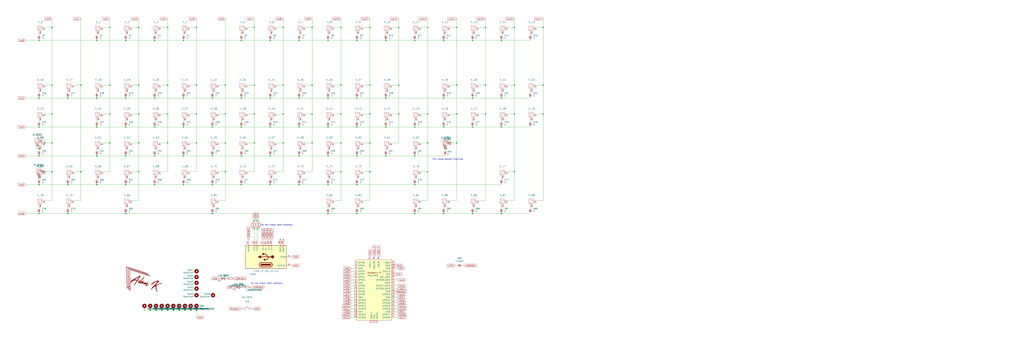
<source format=kicad_sch>
(kicad_sch (version 20230121) (generator eeschema)
  (paper "User" 899.998 299.999)
  (title_block (title "EnvKB") (date "2021-03-08") (rev "Rev.B") (company "Envious Media"))
  (junction (at 152.4 273.05))
  (junction (at 96.52 74.93))
  (junction (at 121.92 24.13))
  (junction (at 137.16 273.05))
  (junction (at 389.89 35.56))
  (junction (at 198.12 151.13))
  (junction (at 85.09 86.36))
  (junction (at 161.29 86.36))
  (junction (at 396.24 125.73))
  (junction (at 477.52 24.13))
  (junction (at 339.09 111.76))
  (junction (at 45.72 151.13))
  (junction (at 161.29 162.56))
  (junction (at 39.37 125.73))
  (junction (at 172.72 125.73))
  (junction (at 45.72 100.33))
  (junction (at 135.89 35.56))
  (junction (at 186.69 111.76))
  (junction (at 121.92 74.93))
  (junction (at 157.48 273.05))
  (junction (at 223.52 125.73))
  (junction (at 96.52 125.73))
  (junction (at 147.32 74.93))
  (junction (at 477.52 100.33))
  (junction (at 110.49 111.76))
  (junction (at 223.52 74.93))
  (junction (at 389.89 187.96))
  (junction (at 325.12 74.93))
  (junction (at 161.29 111.76))
  (junction (at 339.09 86.36))
  (junction (at 237.49 137.16))
  (junction (at 401.32 24.13))
  (junction (at 39.37 151.13))
  (junction (at 440.69 187.96))
  (junction (at 45.72 125.73))
  (junction (at 237.49 162.56))
  (junction (at 186.69 137.16))
  (junction (at 339.09 35.56))
  (junction (at 248.92 125.73))
  (junction (at 161.29 137.16))
  (junction (at 313.69 187.96))
  (junction (at 135.89 111.76))
  (junction (at 223.52 24.13))
  (junction (at 288.29 187.96))
  (junction (at 186.69 86.36))
  (junction (at 198.12 125.73))
  (junction (at 440.69 111.76))
  (junction (at 132.08 273.05))
  (junction (at 262.89 162.56))
  (junction (at 85.09 137.16))
  (junction (at 45.72 74.93))
  (junction (at 262.89 86.36))
  (junction (at 391.16 130.81))
  (junction (at 135.89 137.16))
  (junction (at 248.92 74.93))
  (junction (at 426.72 24.13))
  (junction (at 59.69 187.96))
  (junction (at 135.89 162.56))
  (junction (at 452.12 100.33))
  (junction (at 288.29 111.76))
  (junction (at 147.32 24.13))
  (junction (at 34.29 162.56))
  (junction (at 313.69 162.56))
  (junction (at 34.29 86.36))
  (junction (at 212.09 35.56))
  (junction (at 59.69 162.56))
  (junction (at 248.92 24.13))
  (junction (at 274.32 24.13))
  (junction (at 274.32 74.93))
  (junction (at 34.29 130.81))
  (junction (at 415.29 35.56))
  (junction (at 415.29 111.76))
  (junction (at 59.69 86.36))
  (junction (at 288.29 35.56))
  (junction (at 401.32 100.33))
  (junction (at 223.52 194.31))
  (junction (at 274.32 100.33))
  (junction (at 313.69 137.16))
  (junction (at 452.12 24.13))
  (junction (at 364.49 187.96))
  (junction (at 161.29 35.56))
  (junction (at 135.89 86.36))
  (junction (at 299.72 100.33))
  (junction (at 121.92 151.13))
  (junction (at 110.49 162.56))
  (junction (at 34.29 111.76))
  (junction (at 110.49 187.96))
  (junction (at 299.72 151.13))
  (junction (at 172.72 100.33))
  (junction (at 110.49 86.36))
  (junction (at 71.12 151.13))
  (junction (at 339.09 137.16))
  (junction (at 223.52 201.295))
  (junction (at 440.69 86.36))
  (junction (at 248.92 100.33))
  (junction (at 186.69 162.56))
  (junction (at 440.69 35.56))
  (junction (at 288.29 86.36))
  (junction (at 142.24 273.05))
  (junction (at 172.72 273.05))
  (junction (at 110.49 137.16))
  (junction (at 237.49 111.76))
  (junction (at 299.72 74.93))
  (junction (at 121.92 100.33))
  (junction (at 121.92 125.73))
  (junction (at 110.49 35.56))
  (junction (at 262.89 35.56))
  (junction (at 147.32 100.33))
  (junction (at 288.29 137.16))
  (junction (at 45.72 24.13))
  (junction (at 426.72 100.33))
  (junction (at 415.29 86.36))
  (junction (at 34.29 187.96))
  (junction (at 274.32 125.73))
  (junction (at 223.52 100.33))
  (junction (at 198.12 74.93))
  (junction (at 262.89 137.16))
  (junction (at 389.89 86.36))
  (junction (at 350.52 74.93))
  (junction (at 364.49 162.56))
  (junction (at 198.12 100.33))
  (junction (at 375.92 125.73))
  (junction (at 375.92 24.13))
  (junction (at 34.29 35.56))
  (junction (at 299.72 24.13))
  (junction (at 288.29 162.56))
  (junction (at 452.12 151.13))
  (junction (at 350.52 100.33))
  (junction (at 34.29 156.21))
  (junction (at 212.09 162.56))
  (junction (at 226.06 201.295))
  (junction (at 147.32 125.73))
  (junction (at 325.12 24.13))
  (junction (at 212.09 137.16))
  (junction (at 313.69 86.36))
  (junction (at 313.69 111.76))
  (junction (at 71.12 74.93))
  (junction (at 426.72 74.93))
  (junction (at 325.12 151.13))
  (junction (at 226.06 194.31))
  (junction (at 401.32 74.93))
  (junction (at 299.72 125.73))
  (junction (at 186.69 187.96))
  (junction (at 364.49 111.76))
  (junction (at 364.49 137.16))
  (junction (at 85.09 111.76))
  (junction (at 237.49 86.36))
  (junction (at 85.09 35.56))
  (junction (at 96.52 24.13))
  (junction (at 167.64 273.05))
  (junction (at 375.92 100.33))
  (junction (at 85.09 162.56))
  (junction (at 212.09 86.36))
  (junction (at 415.29 187.96))
  (junction (at 477.52 74.93))
  (junction (at 237.49 35.56))
  (junction (at 96.52 100.33))
  (junction (at 401.32 125.73))
  (junction (at 313.69 35.56))
  (junction (at 162.56 273.05))
  (junction (at 389.89 111.76))
  (junction (at 350.52 24.13))
  (junction (at 34.29 137.16))
  (junction (at 172.72 24.13))
  (junction (at 452.12 74.93))
  (junction (at 325.12 100.33))
  (junction (at 212.09 111.76))
  (junction (at 375.92 151.13))
  (junction (at 147.32 273.05))
  (junction (at 325.12 125.73))
  (junction (at 262.89 111.76))
  (junction (at 172.72 74.93))
  (junction (at 364.49 35.56))
  (no_connect (at 246.38 210.82))
  (no_connect (at 248.92 210.82))
  (wire (pts (xy 186.69 187.96) (xy 288.29 187.96)))
  (wire (pts (xy 161.29 29.21) (xy 161.29 30.48)))
  (wire (pts (xy 140.97 74.93) (xy 147.32 74.93)))
  (wire (pts (xy 172.72 24.13) (xy 172.72 74.93)))
  (wire (pts (xy 34.29 137.16) (xy 85.09 137.16)))
  (wire (pts (xy 288.29 86.36) (xy 313.69 86.36)))
  (wire (pts (xy 85.09 86.36) (xy 110.49 86.36)))
  (wire (pts (xy 147.32 125.73) (xy 147.32 100.33)))
  (wire (pts (xy 452.12 151.13) (xy 452.12 100.33)))
  (wire (pts (xy 132.08 273.05) (xy 137.16 273.05)))
  (wire (pts (xy 445.77 176.53) (xy 452.12 176.53)))
  (wire (pts (xy 445.77 74.93) (xy 452.12 74.93)))
  (wire (pts (xy 346.71 251.46) (xy 349.25 251.46)))
  (wire (pts (xy 477.52 100.33) (xy 477.52 74.93)))
  (wire (pts (xy 344.17 24.13) (xy 350.52 24.13)))
  (wire (pts (xy 308.61 248.92) (xy 311.15 248.92)))
  (wire (pts (xy 96.52 16.51) (xy 96.52 24.13)))
  (wire (pts (xy 213.36 252.73) (xy 214.63 252.73)))
  (wire (pts (xy 391.16 130.81) (xy 391.16 132.08)))
  (wire (pts (xy 223.52 151.13) (xy 223.52 125.73)))
  (wire (pts (xy 198.12 151.13) (xy 198.12 125.73)))
  (wire (pts (xy 369.57 176.53) (xy 375.92 176.53)))
  (wire (pts (xy 394.97 74.93) (xy 401.32 74.93)))
  (wire (pts (xy 39.37 125.73) (xy 45.72 125.73)))
  (wire (pts (xy 471.17 74.93) (xy 477.52 74.93)))
  (wire (pts (xy 401.32 24.13) (xy 401.32 74.93)))
  (wire (pts (xy 135.89 162.56) (xy 161.29 162.56)))
  (wire (pts (xy 440.69 35.56) (xy 466.09 35.56)))
  (wire (pts (xy 198.12 176.53) (xy 198.12 151.13)))
  (wire (pts (xy 313.69 35.56) (xy 339.09 35.56)))
  (wire (pts (xy 34.29 105.41) (xy 34.29 106.68)))
  (wire (pts (xy 440.69 29.21) (xy 440.69 30.48)))
  (wire (pts (xy 237.49 111.76) (xy 262.89 111.76)))
  (wire (pts (xy 212.09 80.01) (xy 212.09 81.28)))
  (wire (pts (xy 375.92 16.51) (xy 375.92 24.13)))
  (wire (pts (xy 299.72 176.53) (xy 299.72 151.13)))
  (wire (pts (xy 45.72 24.13) (xy 45.72 74.93)))
  (wire (pts (xy 389.89 187.96) (xy 415.29 187.96)))
  (wire (pts (xy 452.12 100.33) (xy 452.12 74.93)))
  (wire (pts (xy 242.57 151.13) (xy 248.92 151.13)))
  (wire (pts (xy 242.57 125.73) (xy 248.92 125.73)))
  (wire (pts (xy 344.17 100.33) (xy 350.52 100.33)))
  (wire (pts (xy 288.29 130.81) (xy 288.29 132.08)))
  (wire (pts (xy 477.52 24.13) (xy 477.52 74.93)))
  (wire (pts (xy 471.17 24.13) (xy 477.52 24.13)))
  (wire (pts (xy 212.09 130.81) (xy 212.09 132.08)))
  (wire (pts (xy 346.71 264.16) (xy 349.25 264.16)))
  (wire (pts (xy 426.72 24.13) (xy 426.72 74.93)))
  (wire (pts (xy 121.92 24.13) (xy 121.92 74.93)))
  (wire (pts (xy 288.29 187.96) (xy 313.69 187.96)))
  (wire (pts (xy 45.72 16.51) (xy 45.72 24.13)))
  (wire (pts (xy 267.97 100.33) (xy 274.32 100.33)))
  (wire (pts (xy 64.77 176.53) (xy 71.12 176.53)))
  (wire (pts (xy 375.92 151.13) (xy 375.92 125.73)))
  (wire (pts (xy 34.29 156.21) (xy 34.29 157.48)))
  (wire (pts (xy 477.52 16.51) (xy 477.52 24.13)))
  (wire (pts (xy 212.09 29.21) (xy 212.09 30.48)))
  (wire (pts (xy 313.69 29.21) (xy 313.69 30.48)))
  (wire (pts (xy 267.97 74.93) (xy 274.32 74.93)))
  (wire (pts (xy 96.52 125.73) (xy 96.52 100.33)))
  (wire (pts (xy 311.15 238.76) (xy 308.61 238.76)))
  (wire (pts (xy 161.29 80.01) (xy 161.29 81.28)))
  (wire (pts (xy 308.61 269.24) (xy 311.15 269.24)))
  (wire (pts (xy 389.89 111.76) (xy 415.29 111.76)))
  (wire (pts (xy 223.52 125.73) (xy 223.52 100.33)))
  (wire (pts (xy 311.15 279.4) (xy 308.61 279.4)))
  (wire (pts (xy 135.89 80.01) (xy 135.89 81.28)))
  (wire (pts (xy 313.69 137.16) (xy 339.09 137.16)))
  (wire (pts (xy 226.06 201.295) (xy 226.06 210.82)))
  (wire (pts (xy 293.37 151.13) (xy 299.72 151.13)))
  (wire (pts (xy 34.29 111.76) (xy 85.09 111.76)))
  (wire (pts (xy 152.4 273.05) (xy 157.48 273.05)))
  (wire (pts (xy 262.89 130.81) (xy 262.89 132.08)))
  (wire (pts (xy 288.29 105.41) (xy 288.29 106.68)))
  (wire (pts (xy 364.49 29.21) (xy 364.49 30.48)))
  (wire (pts (xy 212.09 111.76) (xy 237.49 111.76)))
  (wire (pts (xy 121.92 151.13) (xy 121.92 125.73)))
  (wire (pts (xy 22.86 111.76) (xy 34.29 111.76)))
  (wire (pts (xy 452.12 24.13) (xy 452.12 74.93)))
  (wire (pts (xy 223.52 193.675) (xy 223.52 194.31)))
  (wire (pts (xy 426.72 16.51) (xy 426.72 24.13)))
  (wire (pts (xy 135.89 111.76) (xy 161.29 111.76)))
  (wire (pts (xy 346.71 259.08) (xy 349.25 259.08)))
  (wire (pts (xy 375.92 125.73) (xy 375.92 100.33)))
  (wire (pts (xy 426.72 100.33) (xy 426.72 74.93)))
  (wire (pts (xy 59.69 162.56) (xy 85.09 162.56)))
  (wire (pts (xy 71.12 151.13) (xy 71.12 74.93)))
  (wire (pts (xy 137.16 273.05) (xy 142.24 273.05)))
  (wire (pts (xy 364.49 35.56) (xy 389.89 35.56)))
  (wire (pts (xy 242.57 74.93) (xy 248.92 74.93)))
  (wire (pts (xy 262.89 111.76) (xy 288.29 111.76)))
  (wire (pts (xy 308.61 264.16) (xy 311.15 264.16)))
  (wire (pts (xy 31.75 130.81) (xy 34.29 130.81)))
  (wire (pts (xy 110.49 137.16) (xy 135.89 137.16)))
  (wire (pts (xy 115.57 74.93) (xy 121.92 74.93)))
  (wire (pts (xy 394.97 100.33) (xy 401.32 100.33)))
  (wire (pts (xy 350.52 100.33) (xy 350.52 74.93)))
  (wire (pts (xy 339.09 130.81) (xy 339.09 132.08)))
  (wire (pts (xy 33.02 154.94) (xy 33.02 156.21)))
  (wire (pts (xy 415.29 86.36) (xy 440.69 86.36)))
  (wire (pts (xy 452.12 176.53) (xy 452.12 151.13)))
  (wire (pts (xy 325.12 16.51) (xy 325.12 24.13)))
  (wire (pts (xy 39.37 176.53) (xy 45.72 176.53)))
  (wire (pts (xy 339.09 105.41) (xy 339.09 106.68)))
  (wire (pts (xy 299.72 125.73) (xy 299.72 100.33)))
  (wire (pts (xy 339.09 29.21) (xy 339.09 30.48)))
  (wire (pts (xy 161.29 35.56) (xy 212.09 35.56)))
  (wire (pts (xy 115.57 24.13) (xy 121.92 24.13)))
  (wire (pts (xy 466.09 29.21) (xy 466.09 30.48)))
  (wire (pts (xy 96.52 100.33) (xy 96.52 74.93)))
  (wire (pts (xy 227.965 200.66) (xy 227.965 201.295)))
  (wire (pts (xy 394.97 176.53) (xy 401.32 176.53)))
  (wire (pts (xy 96.52 151.13) (xy 96.52 125.73)))
  (wire (pts (xy 415.29 35.56) (xy 440.69 35.56)))
  (wire (pts (xy 59.69 181.61) (xy 59.69 182.88)))
  (wire (pts (xy 401.32 100.33) (xy 401.32 74.93)))
  (wire (pts (xy 293.37 24.13) (xy 299.72 24.13)))
  (wire (pts (xy 389.89 130.81) (xy 391.16 130.81)))
  (wire (pts (xy 161.29 130.81) (xy 161.29 132.08)))
  (wire (pts (xy 135.89 137.16) (xy 161.29 137.16)))
  (wire (pts (xy 293.37 100.33) (xy 299.72 100.33)))
  (wire (pts (xy 186.69 105.41) (xy 186.69 106.68)))
  (wire (pts (xy 274.32 125.73) (xy 274.32 100.33)))
  (wire (pts (xy 313.69 86.36) (xy 339.09 86.36)))
  (wire (pts (xy 415.29 80.01) (xy 415.29 81.28)))
  (wire (pts (xy 346.71 261.62) (xy 349.25 261.62)))
  (wire (pts (xy 212.09 162.56) (xy 237.49 162.56)))
  (wire (pts (xy 262.89 80.01) (xy 262.89 81.28)))
  (wire (pts (xy 85.09 137.16) (xy 110.49 137.16)))
  (wire (pts (xy 452.12 16.51) (xy 452.12 24.13)))
  (wire (pts (xy 339.09 111.76) (xy 364.49 111.76)))
  (wire (pts (xy 394.97 124.46) (xy 396.24 124.46)))
  (wire (pts (xy 45.72 100.33) (xy 45.72 74.93)))
  (wire (pts (xy 22.86 35.56) (xy 34.29 35.56)))
  (wire (pts (xy 364.49 162.56) (xy 440.69 162.56)))
  (wire (pts (xy 339.09 86.36) (xy 389.89 86.36)))
  (wire (pts (xy 212.09 105.41) (xy 212.09 106.68)))
  (wire (pts (xy 471.17 176.53) (xy 477.52 176.53)))
  (wire (pts (xy 248.92 125.73) (xy 248.92 100.33)))
  (wire (pts (xy 364.49 105.41) (xy 364.49 106.68)))
  (wire (pts (xy 85.09 111.76) (xy 110.49 111.76)))
  (wire (pts (xy 311.15 236.22) (xy 308.61 236.22)))
  (wire (pts (xy 135.89 29.21) (xy 135.89 30.48)))
  (wire (pts (xy 440.69 187.96) (xy 466.09 187.96)))
  (wire (pts (xy 223.52 24.13) (xy 223.52 74.93)))
  (wire (pts (xy 445.77 100.33) (xy 452.12 100.33)))
  (wire (pts (xy 90.17 74.93) (xy 96.52 74.93)))
  (wire (pts (xy 237.49 105.41) (xy 237.49 106.68)))
  (wire (pts (xy 313.69 156.21) (xy 313.69 157.48)))
  (wire (pts (xy 147.32 16.51) (xy 147.32 24.13)))
  (wire (pts (xy 308.61 266.7) (xy 311.15 266.7)))
  (wire (pts (xy 308.61 259.08) (xy 311.15 259.08)))
  (wire (pts (xy 161.29 111.76) (xy 186.69 111.76)))
  (wire (pts (xy 466.09 105.41) (xy 466.09 106.68)))
  (wire (pts (xy 198.12 100.33) (xy 198.12 74.93)))
  (wire (pts (xy 212.09 35.56) (xy 237.49 35.56)))
  (wire (pts (xy 221.615 195.58) (xy 221.615 194.31)))
  (wire (pts (xy 45.72 151.13) (xy 45.72 125.73)))
  (wire (pts (xy 262.89 162.56) (xy 288.29 162.56)))
  (wire (pts (xy 217.17 151.13) (xy 223.52 151.13)))
  (wire (pts (xy 346.71 274.32) (xy 349.25 274.32)))
  (wire (pts (xy 440.69 181.61) (xy 440.69 182.88)))
  (wire (pts (xy 172.72 151.13) (xy 172.72 125.73)))
  (wire (pts (xy 227.965 195.58) (xy 227.965 194.31)))
  (wire (pts (xy 375.92 176.53) (xy 375.92 151.13)))
  (wire (pts (xy 172.72 125.73) (xy 172.72 100.33)))
  (wire (pts (xy 64.77 74.93) (xy 71.12 74.93)))
  (wire (pts (xy 198.12 125.73) (xy 198.12 100.33)))
  (wire (pts (xy 22.86 137.16) (xy 34.29 137.16)))
  (wire (pts (xy 248.92 16.51) (xy 248.92 24.13)))
  (wire (pts (xy 217.17 125.73) (xy 223.52 125.73)))
  (wire (pts (xy 308.61 274.32) (xy 311.15 274.32)))
  (wire (pts (xy 142.24 273.05) (xy 147.32 273.05)))
  (wire (pts (xy 85.09 80.01) (xy 85.09 81.28)))
  (wire (pts (xy 166.37 151.13) (xy 172.72 151.13)))
  (wire (pts (xy 440.69 111.76) (xy 466.09 111.76)))
  (wire (pts (xy 34.29 29.21) (xy 34.29 30.48)))
  (wire (pts (xy 85.09 156.21) (xy 85.09 157.48)))
  (wire (pts (xy 349.25 266.7) (xy 346.71 266.7)))
  (wire (pts (xy 445.77 151.13) (xy 452.12 151.13)))
  (wire (pts (xy 226.06 193.675) (xy 226.06 194.31)))
  (wire (pts (xy 237.49 130.81) (xy 237.49 132.08)))
  (wire (pts (xy 59.69 80.01) (xy 59.69 81.28)))
  (wire (pts (xy 299.72 100.33) (xy 299.72 74.93)))
  (wire (pts (xy 293.37 176.53) (xy 299.72 176.53)))
  (wire (pts (xy 110.49 35.56) (xy 135.89 35.56)))
  (wire (pts (xy 90.17 125.73) (xy 96.52 125.73)))
  (wire (pts (xy 389.89 181.61) (xy 389.89 182.88)))
  (wire (pts (xy 217.17 74.93) (xy 223.52 74.93)))
  (wire (pts (xy 71.12 176.53) (xy 71.12 151.13)))
  (wire (pts (xy 34.29 80.01) (xy 34.29 81.28)))
  (wire (pts (xy 325.12 176.53) (xy 325.12 151.13)))
  (wire (pts (xy 59.69 187.96) (xy 110.49 187.96)))
  (wire (pts (xy 39.37 149.86) (xy 38.1 149.86)))
  (wire (pts (xy 420.37 176.53) (xy 426.72 176.53)))
  (wire (pts (xy 440.69 86.36) (xy 466.09 86.36)))
  (wire (pts (xy 161.29 156.21) (xy 161.29 157.48)))
  (wire (pts (xy 339.09 80.01) (xy 339.09 81.28)))
  (wire (pts (xy 227.965 201.295) (xy 226.06 201.295)))
  (wire (pts (xy 135.89 105.41) (xy 135.89 106.68)))
  (wire (pts (xy 369.57 24.13) (xy 375.92 24.13)))
  (wire (pts (xy 34.29 35.56) (xy 85.09 35.56)))
  (wire (pts (xy 401.32 100.33) (xy 401.32 125.73)))
  (wire (pts (xy 90.17 24.13) (xy 96.52 24.13)))
  (wire (pts (xy 36.83 123.19) (xy 39.37 123.19)))
  (wire (pts (xy 39.37 123.19) (xy 39.37 125.73)))
  (wire (pts (xy 221.615 200.66) (xy 221.615 201.295)))
  (wire (pts (xy 313.69 111.76) (xy 339.09 111.76)))
  (wire (pts (xy 299.72 16.51) (xy 299.72 24.13)))
  (wire (pts (xy 311.15 243.84) (xy 308.61 243.84)))
  (wire (pts (xy 135.89 130.81) (xy 135.89 132.08)))
  (wire (pts (xy 375.92 24.13) (xy 375.92 100.33)))
  (wire (pts (xy 161.29 162.56) (xy 186.69 162.56)))
  (wire (pts (xy 191.77 151.13) (xy 198.12 151.13)))
  (wire (pts (xy 415.29 105.41) (xy 415.29 106.68)))
  (wire (pts (xy 389.89 80.01) (xy 389.89 81.28)))
  (wire (pts (xy 339.09 35.56) (xy 364.49 35.56)))
  (wire (pts (xy 110.49 86.36) (xy 135.89 86.36)))
  (wire (pts (xy 311.15 251.46) (xy 308.61 251.46)))
  (wire (pts (xy 186.69 162.56) (xy 212.09 162.56)))
  (wire (pts (xy 308.61 246.38) (xy 311.15 246.38)))
  (wire (pts (xy 237.49 80.01) (xy 237.49 81.28)))
  (wire (pts (xy 110.49 187.96) (xy 186.69 187.96)))
  (wire (pts (xy 364.49 187.96) (xy 389.89 187.96)))
  (wire (pts (xy 223.52 194.31) (xy 223.52 195.58)))
  (wire (pts (xy 274.32 151.13) (xy 274.32 125.73)))
  (wire (pts (xy 186.69 181.61) (xy 186.69 182.88)))
  (wire (pts (xy 440.69 80.01) (xy 440.69 81.28)))
  (wire (pts (xy 318.77 125.73) (xy 325.12 125.73)))
  (wire (pts (xy 161.29 105.41) (xy 161.29 106.68)))
  (wire (pts (xy 267.97 24.13) (xy 274.32 24.13)))
  (wire (pts (xy 167.64 273.05) (xy 172.72 273.05)))
  (wire (pts (xy 318.77 100.33) (xy 325.12 100.33)))
  (wire (pts (xy 140.97 100.33) (xy 147.32 100.33)))
  (wire (pts (xy 212.09 137.16) (xy 237.49 137.16)))
  (wire (pts (xy 325.12 125.73) (xy 325.12 100.33)))
  (wire (pts (xy 313.69 80.01) (xy 313.69 81.28)))
  (wire (pts (xy 221.615 201.295) (xy 223.52 201.295)))
  (wire (pts (xy 396.24 124.46) (xy 396.24 125.73)))
  (wire (pts (xy 161.29 137.16) (xy 186.69 137.16)))
  (wire (pts (xy 471.17 100.33) (xy 477.52 100.33)))
  (wire (pts (xy 364.49 130.81) (xy 364.49 132.08)))
  (wire (pts (xy 115.57 176.53) (xy 121.92 176.53)))
  (wire (pts (xy 135.89 86.36) (xy 161.29 86.36)))
  (wire (pts (xy 85.09 105.41) (xy 85.09 106.68)))
  (wire (pts (xy 274.32 100.33) (xy 274.32 74.93)))
  (wire (pts (xy 311.15 271.78) (xy 308.61 271.78)))
  (wire (pts (xy 110.49 105.41) (xy 110.49 106.68)))
  (wire (pts (xy 140.97 24.13) (xy 147.32 24.13)))
  (wire (pts (xy 226.06 194.31) (xy 226.06 195.58)))
  (wire (pts (xy 172.72 273.05) (xy 172.72 279.4)))
  (wire (pts (xy 223.52 100.33) (xy 223.52 74.93)))
  (wire (pts (xy 420.37 24.13) (xy 426.72 24.13)))
  (wire (pts (xy 110.49 130.81) (xy 110.49 132.08)))
  (wire (pts (xy 262.89 86.36) (xy 288.29 86.36)))
  (wire (pts (xy 325.12 151.13) (xy 325.12 125.73)))
  (wire (pts (xy 22.86 162.56) (xy 34.29 162.56)))
  (wire (pts (xy 115.57 151.13) (xy 121.92 151.13)))
  (wire (pts (xy 396.24 125.73) (xy 401.32 125.73)))
  (wire (pts (xy 369.57 125.73) (xy 375.92 125.73)))
  (wire (pts (xy 288.29 181.61) (xy 288.29 182.88)))
  (wire (pts (xy 39.37 24.13) (xy 45.72 24.13)))
  (wire (pts (xy 31.75 128.27) (xy 31.75 130.81)))
  (wire (pts (xy 191.77 125.73) (xy 198.12 125.73)))
  (wire (pts (xy 344.17 74.93) (xy 350.52 74.93)))
  (wire (pts (xy 237.49 29.21) (xy 237.49 30.48)))
  (wire (pts (xy 339.09 137.16) (xy 364.49 137.16)))
  (wire (pts (xy 34.29 86.36) (xy 59.69 86.36)))
  (wire (pts (xy 39.37 151.13) (xy 39.37 149.86)))
  (wire (pts (xy 369.57 151.13) (xy 375.92 151.13)))
  (wire (pts (xy 364.49 181.61) (xy 364.49 182.88)))
  (wire (pts (xy 227.965 194.31) (xy 226.06 194.31)))
  (wire (pts (xy 288.29 111.76) (xy 313.69 111.76)))
  (wire (pts (xy 45.72 176.53) (xy 45.72 151.13)))
  (wire (pts (xy 34.29 130.81) (xy 34.29 132.08)))
  (wire (pts (xy 288.29 80.01) (xy 288.29 81.28)))
  (wire (pts (xy 226.06 200.66) (xy 226.06 201.295)))
  (wire (pts (xy 288.29 156.21) (xy 288.29 157.48)))
  (wire (pts (xy 237.49 156.21) (xy 237.49 157.48)))
  (wire (pts (xy 110.49 162.56) (xy 135.89 162.56)))
  (wire (pts (xy 346.71 279.4) (xy 349.25 279.4)))
  (wire (pts (xy 415.29 187.96) (xy 440.69 187.96)))
  (wire (pts (xy 140.97 125.73) (xy 147.32 125.73)))
  (wire (pts (xy 318.77 74.93) (xy 325.12 74.93)))
  (wire (pts (xy 71.12 16.51) (xy 71.12 74.93)))
  (wire (pts (xy 389.89 129.54) (xy 389.89 130.81)))
  (wire (pts (xy 274.32 16.51) (xy 274.32 24.13)))
  (wire (pts (xy 293.37 125.73) (xy 299.72 125.73)))
  (wire (pts (xy 127 273.05) (xy 132.08 273.05)))
  (wire (pts (xy 212.09 156.21) (xy 212.09 157.48)))
  (wire (pts (xy 288.29 35.56) (xy 313.69 35.56)))
  (wire (pts (xy 288.29 137.16) (xy 313.69 137.16)))
  (wire (pts (xy 147.32 273.05) (xy 152.4 273.05)))
  (wire (pts (xy 34.29 187.96) (xy 59.69 187.96)))
  (wire (pts (xy 311.15 256.54) (xy 308.61 256.54)))
  (wire (pts (xy 346.71 269.24) (xy 349.25 269.24)))
  (wire (pts (xy 262.89 137.16) (xy 288.29 137.16)))
  (wire (pts (xy 186.69 137.16) (xy 212.09 137.16)))
  (wire (pts (xy 406.4 233.68) (xy 407.67 233.68)))
  (wire (pts (xy 346.71 246.38) (xy 349.25 246.38)))
  (wire (pts (xy 22.86 187.96) (xy 34.29 187.96)))
  (wire (pts (xy 110.49 80.01) (xy 110.49 81.28)))
  (wire (pts (xy 85.09 130.81) (xy 85.09 132.08)))
  (wire (pts (xy 186.69 86.36) (xy 212.09 86.36)))
  (wire (pts (xy 166.37 24.13) (xy 172.72 24.13)))
  (wire (pts (xy 242.57 100.33) (xy 248.92 100.33)))
  (wire (pts (xy 223.52 16.51) (xy 223.52 24.13)))
  (wire (pts (xy 262.89 156.21) (xy 262.89 157.48)))
  (wire (pts (xy 350.52 24.13) (xy 350.52 74.93)))
  (wire (pts (xy 318.77 176.53) (xy 325.12 176.53)))
  (wire (pts (xy 219.71 252.73) (xy 220.98 252.73)))
  (wire (pts (xy 110.49 156.21) (xy 110.49 157.48)))
  (wire (pts (xy 389.89 105.41) (xy 389.89 106.68)))
  (wire (pts (xy 39.37 74.93) (xy 45.72 74.93)))
  (wire (pts (xy 389.89 35.56) (xy 415.29 35.56)))
  (wire (pts (xy 364.49 137.16) (xy 391.16 137.16)))
  (wire (pts (xy 293.37 74.93) (xy 299.72 74.93)))
  (wire (pts (xy 389.89 29.21) (xy 389.89 30.48)))
  (wire (pts (xy 186.69 156.21) (xy 186.69 157.48)))
  (wire (pts (xy 147.32 100.33) (xy 147.32 74.93)))
  (wire (pts (xy 248.92 100.33) (xy 248.92 74.93)))
  (wire (pts (xy 313.69 105.41) (xy 313.69 106.68)))
  (wire (pts (xy 299.72 151.13) (xy 299.72 125.73)))
  (wire (pts (xy 110.49 29.21) (xy 110.49 30.48)))
  (wire (pts (xy 90.17 100.33) (xy 96.52 100.33)))
  (wire (pts (xy 161.29 86.36) (xy 186.69 86.36)))
  (wire (pts (xy 121.92 125.73) (xy 121.92 100.33)))
  (wire (pts (xy 426.72 176.53) (xy 426.72 100.33)))
  (wire (pts (xy 191.77 74.93) (xy 198.12 74.93)))
  (wire (pts (xy 39.37 151.13) (xy 45.72 151.13)))
  (wire (pts (xy 401.32 125.73) (xy 401.32 176.53)))
  (wire (pts (xy 186.69 130.81) (xy 186.69 132.08)))
  (wire (pts (xy 121.92 16.51) (xy 121.92 24.13)))
  (wire (pts (xy 237.49 86.36) (xy 262.89 86.36)))
  (wire (pts (xy 308.61 261.62) (xy 311.15 261.62)))
  (wire (pts (xy 191.77 176.53) (xy 198.12 176.53)))
  (wire (pts (xy 115.57 100.33) (xy 121.92 100.33)))
  (wire (pts (xy 221.615 194.31) (xy 223.52 194.31)))
  (wire (pts (xy 325.12 100.33) (xy 325.12 74.93)))
  (wire (pts (xy 318.77 24.13) (xy 325.12 24.13)))
  (wire (pts (xy 369.57 100.33) (xy 375.92 100.33)))
  (wire (pts (xy 85.09 162.56) (xy 110.49 162.56)))
  (wire (pts (xy 346.71 271.78) (xy 349.25 271.78)))
  (wire (pts (xy 223.52 200.66) (xy 223.52 201.295)))
  (wire (pts (xy 186.69 80.01) (xy 186.69 81.28)))
  (wire (pts (xy 477.52 176.53) (xy 477.52 100.33)))
  (wire (pts (xy 288.29 162.56) (xy 313.69 162.56)))
  (wire (pts (xy 267.97 125.73) (xy 274.32 125.73)))
  (wire (pts (xy 90.17 151.13) (xy 96.52 151.13)))
  (wire (pts (xy 217.17 24.13) (xy 223.52 24.13)))
  (wire (pts (xy 262.89 105.41) (xy 262.89 106.68)))
  (wire (pts (xy 186.69 111.76) (xy 212.09 111.76)))
  (wire (pts (xy 313.69 181.61) (xy 313.69 182.88)))
  (wire (pts (xy 445.77 24.13) (xy 452.12 24.13)))
  (wire (pts (xy 166.37 125.73) (xy 172.72 125.73)))
  (wire (pts (xy 308.61 276.86) (xy 311.15 276.86)))
  (wire (pts (xy 212.09 86.36) (xy 237.49 86.36)))
  (wire (pts (xy 237.49 35.56) (xy 262.89 35.56)))
  (wire (pts (xy 274.32 24.13) (xy 274.32 74.93)))
  (wire (pts (xy 121.92 176.53) (xy 121.92 151.13)))
  (wire (pts (xy 59.69 156.21) (xy 59.69 157.48)))
  (wire (pts (xy 237.49 162.56) (xy 262.89 162.56)))
  (wire (pts (xy 147.32 24.13) (xy 147.32 74.93)))
  (wire (pts (xy 344.17 125.73) (xy 350.52 125.73)))
  (wire (pts (xy 415.29 111.76) (xy 440.69 111.76)))
  (wire (pts (xy 350.52 125.73) (xy 350.52 100.33)))
  (wire (pts (xy 308.61 241.3) (xy 311.15 241.3)))
  (wire (pts (xy 162.56 273.05) (xy 167.64 273.05)))
  (wire (pts (xy 440.69 105.41) (xy 440.69 106.68)))
  (wire (pts (xy 248.92 24.13) (xy 248.92 74.93)))
  (wire (pts (xy 166.37 74.93) (xy 172.72 74.93)))
  (wire (pts (xy 22.86 86.36) (xy 34.29 86.36)))
  (wire (pts (xy 64.77 151.13) (xy 71.12 151.13)))
  (wire (pts (xy 237.49 137.16) (xy 262.89 137.16)))
  (wire (pts (xy 135.89 35.56) (xy 161.29 35.56)))
  (wire (pts (xy 110.49 181.61) (xy 110.49 182.88)))
  (wire (pts (xy 313.69 130.81) (xy 313.69 132.08)))
  (wire (pts (xy 248.92 151.13) (xy 248.92 125.73)))
  (wire (pts (xy 466.09 181.61) (xy 466.09 182.88)))
  (wire (pts (xy 135.89 156.21) (xy 135.89 157.48)))
  (wire (pts (xy 217.17 100.33) (xy 223.52 100.33)))
  (wire (pts (xy 34.29 181.61) (xy 34.29 182.88)))
  (wire (pts (xy 401.32 16.51) (xy 401.32 24.13)))
  (wire (pts (xy 400.05 233.68) (xy 401.32 233.68)))
  (wire (pts (xy 440.69 156.21) (xy 440.69 157.48)))
  (wire (pts (xy 308.61 254) (xy 311.15 254)))
  (wire (pts (xy 110.49 111.76) (xy 135.89 111.76)))
  (wire (pts (xy 346.71 236.22) (xy 349.25 236.22)))
  (wire (pts (xy 364.49 156.21) (xy 364.49 157.48)))
  (wire (pts (xy 267.97 151.13) (xy 274.32 151.13)))
  (wire (pts (xy 262.89 29.21) (xy 262.89 30.48)))
  (wire (pts (xy 420.37 74.93) (xy 426.72 74.93)))
  (wire (pts (xy 389.89 86.36) (xy 415.29 86.36)))
  (wire (pts (xy 140.97 151.13) (xy 147.32 151.13)))
  (wire (pts (xy 121.92 100.33) (xy 121.92 74.93)))
  (wire (pts (xy 466.09 80.01) (xy 466.09 81.28)))
  (wire (pts (xy 313.69 162.56) (xy 364.49 162.56)))
  (wire (pts (xy 59.69 86.36) (xy 85.09 86.36)))
  (wire (pts (xy 115.57 125.73) (xy 121.92 125.73)))
  (wire (pts (xy 349.25 276.86) (xy 346.71 276.86)))
  (wire (pts (xy 172.72 100.33) (xy 172.72 74.93)))
  (wire (pts (xy 39.37 100.33) (xy 45.72 100.33)))
  (wire (pts (xy 198.12 16.51) (xy 198.12 74.93)))
  (wire (pts (xy 313.69 187.96) (xy 364.49 187.96)))
  (wire (pts (xy 349.25 254) (xy 346.71 254)))
  (wire (pts (xy 223.52 201.295) (xy 223.52 210.82)))
  (wire (pts (xy 415.29 181.61) (xy 415.29 182.88)))
  (wire (pts (xy 420.37 100.33) (xy 426.72 100.33)))
  (wire (pts (xy 85.09 35.56) (xy 110.49 35.56)))
  (wire (pts (xy 350.52 16.51) (xy 350.52 24.13)))
  (wire (pts (xy 394.97 24.13) (xy 401.32 24.13)))
  (wire (pts (xy 299.72 24.13) (xy 299.72 74.93)))
  (wire (pts (xy 45.72 125.73) (xy 45.72 100.33)))
  (wire (pts (xy 157.48 273.05) (xy 162.56 273.05)))
  (wire (pts (xy 262.89 35.56) (xy 288.29 35.56)))
  (wire (pts (xy 172.72 16.51) (xy 172.72 24.13)))
  (wire (pts (xy 288.29 29.21) (xy 288.29 30.48)))
  (wire (pts (xy 85.09 29.21) (xy 85.09 30.48)))
  (wire (pts (xy 191.77 100.33) (xy 198.12 100.33)))
  (wire (pts (xy 242.57 24.13) (xy 248.92 24.13)))
  (wire (pts (xy 147.32 151.13) (xy 147.32 125.73)))
  (wire (pts (xy 166.37 100.33) (xy 172.72 100.33)))
  (wire (pts (xy 325.12 24.13) (xy 325.12 74.93)))
  (wire (pts (xy 96.52 24.13) (xy 96.52 74.93)))
  (wire (pts (xy 33.02 156.21) (xy 34.29 156.21)))
  (wire (pts (xy 364.49 111.76) (xy 389.89 111.76)))
  (wire (pts (xy 34.29 162.56) (xy 59.69 162.56)))
  (wire (pts (xy 318.77 151.13) (xy 325.12 151.13)))
  (wire (pts (xy 415.29 29.21) (xy 415.29 30.48)))
  (text "This needs double checking" (at 379.73 140.97 0) (effects (font (size 1.27 1.27)) (justify left bottom)))
  (text "Do not install both resistors " (at 229.235 198.755 0) (effects (font (size 1.27 1.27)) (justify left bottom)))
  (text "Do not install both resistors " (at 220.345 250.19 0) (effects (font (size 1.27 1.27)) (justify left bottom)))
  (global_label "row0" (shape input) (at 349.25 266.7 0) (property "Intersheetrefs" "${INTERSHEET_REFS}" (effects hide)))
  (global_label "col11" (shape input) (at 325.12 16.51 180) (property "Intersheetrefs" "${INTERSHEET_REFS}" (effects hide)))
  (global_label "USB2_N" (shape input) (at 328.93 226.06 90) (property "Intersheetrefs" "${INTERSHEET_REFS}" (effects hide)))
  (global_label "col2" (shape input) (at 96.52 16.51 180) (property "Intersheetrefs" "${INTERSHEET_REFS}" (effects hide)))
  (global_label "col0" (shape input) (at 45.72 16.51 180) (property "Intersheetrefs" "${INTERSHEET_REFS}" (effects hide)))
  (global_label "USB2_P" (shape input) (at 332.74 226.06 90) (property "Intersheetrefs" "${INTERSHEET_REFS}" (effects hide)))
  (global_label "GND" (shape input) (at 308.61 236.22 180) (property "Intersheetrefs" "${INTERSHEET_REFS}" (effects hide)))
  (global_label "col11" (shape input) (at 308.61 271.78 180) (property "Intersheetrefs" "${INTERSHEET_REFS}" (effects hide)))
  (global_label "row4" (shape input) (at 22.86 137.16 180) (property "Intersheetrefs" "${INTERSHEET_REFS}" (effects hide)))
  (global_label "col13" (shape input) (at 308.61 279.4 180) (property "Intersheetrefs" "${INTERSHEET_REFS}" (effects hide)))
  (global_label "col10" (shape input) (at 299.72 16.51 180) (property "Intersheetrefs" "${INTERSHEET_REFS}" (effects hide)))
  (global_label "col3" (shape input) (at 308.61 246.38 180) (property "Intersheetrefs" "${INTERSHEET_REFS}" (effects hide)))
  (global_label "GND" (shape input) (at 226.06 193.675 90) (property "Intersheetrefs" "${INTERSHEET_REFS}" (effects hide)))
  (global_label "col0" (shape input) (at 308.61 238.76 180) (property "Intersheetrefs" "${INTERSHEET_REFS}" (effects hide)))
  (global_label "col5" (shape input) (at 308.61 254 180) (property "Intersheetrefs" "${INTERSHEET_REFS}" (effects hide)))
  (global_label "GND" (shape input) (at 256.54 226.06 0) (property "Intersheetrefs" "${INTERSHEET_REFS}" (effects hide)))
  (global_label "col12" (shape input) (at 350.52 16.51 180) (property "Intersheetrefs" "${INTERSHEET_REFS}" (effects hide)))
  (global_label "row4" (shape input) (at 349.25 254 0) (property "Intersheetrefs" "${INTERSHEET_REFS}" (effects hide)))
  (global_label "GND" (shape input) (at 325.12 226.06 90) (property "Intersheetrefs" "${INTERSHEET_REFS}" (effects hide)))
  (global_label "3.3V" (shape input) (at 346.71 241.3 0) (property "Intersheetrefs" "${INTERSHEET_REFS}" (effects hide)))
  (global_label "GND" (shape input) (at 172.72 279.4 0) (property "Intersheetrefs" "${INTERSHEET_REFS}" (effects hide)))
  (global_label "col4" (shape input) (at 308.61 251.46 180) (property "Intersheetrefs" "${INTERSHEET_REFS}" (effects hide)))
  (global_label "VSYS" (shape input) (at 400.05 233.68 180) (property "Intersheetrefs" "${INTERSHEET_REFS}" (effects hide)))
  (global_label "row5" (shape input) (at 349.25 251.46 0) (property "Intersheetrefs" "${INTERSHEET_REFS}" (effects hide)))
  (global_label "GND" (shape input) (at 223.52 193.675 90) (property "Intersheetrefs" "${INTERSHEET_REFS}" (effects hide)))
  (global_label "col7" (shape input) (at 223.52 16.51 180) (property "Intersheetrefs" "${INTERSHEET_REFS}" (effects hide)))
  (global_label "col14" (shape input) (at 401.32 16.51 180) (property "Intersheetrefs" "${INTERSHEET_REFS}" (effects hide)))
  (global_label "col9" (shape input) (at 308.61 266.7 180) (property "Intersheetrefs" "${INTERSHEET_REFS}" (effects hide)))
  (global_label "USBVBUS" (shape input) (at 407.67 233.68 0) (property "Intersheetrefs" "${INTERSHEET_REFS}" (effects hide)))
  (global_label "USBVBUS" (shape input) (at 218.44 210.82 90) (property "Intersheetrefs" "${INTERSHEET_REFS}" (effects hide)))
  (global_label "col5" (shape input) (at 172.72 16.51 180) (property "Intersheetrefs" "${INTERSHEET_REFS}" (effects hide)))
  (global_label "col10" (shape input) (at 308.61 269.24 180) (property "Intersheetrefs" "${INTERSHEET_REFS}" (effects hide)))
  (global_label "GND" (shape input) (at 192.532 245.11 180) (property "Intersheetrefs" "${INTERSHEET_REFS}" (effects hide)))
  (global_label "USBVBUS" (shape input) (at 220.98 252.73 0) (property "Intersheetrefs" "${INTERSHEET_REFS}" (effects hide)))
  (global_label "USB2_N" (shape input) (at 233.68 210.82 90) (property "Intersheetrefs" "${INTERSHEET_REFS}" (effects hide)))
  (global_label "USB2_P" (shape input) (at 236.22 210.82 90) (property "Intersheetrefs" "${INTERSHEET_REFS}" (effects hide)))
  (global_label "row5" (shape input) (at 22.86 162.56 180) (property "Intersheetrefs" "${INTERSHEET_REFS}" (effects hide)))
  (global_label "col12" (shape input) (at 308.61 276.86 180) (property "Intersheetrefs" "${INTERSHEET_REFS}" (effects hide)))
  (global_label "col17" (shape input) (at 477.52 16.51 180) (property "Intersheetrefs" "${INTERSHEET_REFS}" (effects hide)))
  (global_label "row3" (shape input) (at 22.86 111.76 180) (property "Intersheetrefs" "${INTERSHEET_REFS}" (effects hide)))
  (global_label "col6" (shape input) (at 198.12 16.51 180) (property "Intersheetrefs" "${INTERSHEET_REFS}" (effects hide)))
  (global_label "col15" (shape input) (at 426.72 16.51 180) (property "Intersheetrefs" "${INTERSHEET_REFS}" (effects hide)))
  (global_label "USBVBUS" (shape input) (at 205.232 245.11 0) (property "Intersheetrefs" "${INTERSHEET_REFS}" (effects hide)))
  (global_label "GND" (shape input) (at 308.61 274.32 180) (property "Intersheetrefs" "${INTERSHEET_REFS}" (effects hide)))
  (global_label "col16" (shape input) (at 452.12 16.51 180) (property "Intersheetrefs" "${INTERSHEET_REFS}" (effects hide)))
  (global_label "Resetbtn" (shape input) (at 346.71 256.54 0) (property "Intersheetrefs" "${INTERSHEET_REFS}" (effects hide)))
  (global_label "col2" (shape input) (at 308.61 243.84 180) (property "Intersheetrefs" "${INTERSHEET_REFS}" (effects hide)))
  (global_label "col7" (shape input) (at 308.61 259.08 180) (property "Intersheetrefs" "${INTERSHEET_REFS}" (effects hide)))
  (global_label "GND" (shape input) (at 349.25 236.22 0) (property "Intersheetrefs" "${INTERSHEET_REFS}" (effects hide)))
  (global_label "USB2_N" (shape input) (at 231.14 210.82 90) (property "Intersheetrefs" "${INTERSHEET_REFS}" (effects hide)))
  (global_label "row6" (shape input) (at 22.86 187.96 180) (property "Intersheetrefs" "${INTERSHEET_REFS}" (effects hide)))
  (global_label "col6" (shape input) (at 308.61 256.54 180) (property "Intersheetrefs" "${INTERSHEET_REFS}" (effects hide)))
  (global_label "row6" (shape input) (at 349.25 246.38 0) (property "Intersheetrefs" "${INTERSHEET_REFS}" (effects hide)))
  (global_label "col1" (shape input) (at 71.12 16.51 180) (property "Intersheetrefs" "${INTERSHEET_REFS}" (effects hide)))
  (global_label "GND" (shape input) (at 256.54 233.68 0) (property "Intersheetrefs" "${INTERSHEET_REFS}" (effects hide)))
  (global_label "col14" (shape input) (at 349.25 269.24 0) (property "Intersheetrefs" "${INTERSHEET_REFS}" (effects hide)))
  (global_label "Resetbtn" (shape input) (at 212.09 271.78 180) (property "Intersheetrefs" "${INTERSHEET_REFS}" (effects hide)))
  (global_label "col13" (shape input) (at 375.92 16.51 180) (property "Intersheetrefs" "${INTERSHEET_REFS}" (effects hide)))
  (global_label "col8" (shape input) (at 248.92 16.51 180) (property "Intersheetrefs" "${INTERSHEET_REFS}" (effects hide)))
  (global_label "row2" (shape input) (at 22.86 86.36 180) (property "Intersheetrefs" "${INTERSHEET_REFS}" (effects hide)))
  (global_label "col15" (shape input) (at 349.25 271.78 0) (property "Intersheetrefs" "${INTERSHEET_REFS}" (effects hide)))
  (global_label "GND" (shape input) (at 308.61 261.62 180) (property "Intersheetrefs" "${INTERSHEET_REFS}" (effects hide)))
  (global_label "col4" (shape input) (at 147.32 16.51 180) (property "Intersheetrefs" "${INTERSHEET_REFS}" (effects hide)))
  (global_label "col16" (shape input) (at 349.25 276.86 0) (property "Intersheetrefs" "${INTERSHEET_REFS}" (effects hide)))
  (global_label "col17" (shape input) (at 349.25 279.4 0) (property "Intersheetrefs" "${INTERSHEET_REFS}" (effects hide)))
  (global_label "col1" (shape input) (at 308.61 241.3 180) (property "Intersheetrefs" "${INTERSHEET_REFS}" (effects hide)))
  (global_label "row2" (shape input) (at 349.25 264.16 0) (property "Intersheetrefs" "${INTERSHEET_REFS}" (effects hide)))
  (global_label "col9" (shape input) (at 274.32 16.51 180) (property "Intersheetrefs" "${INTERSHEET_REFS}" (effects hide)))
  (global_label "col8" (shape input) (at 308.61 264.16 180) (property "Intersheetrefs" "${INTERSHEET_REFS}" (effects hide)))
  (global_label "GND" (shape input) (at 308.61 248.92 180) (property "Intersheetrefs" "${INTERSHEET_REFS}" (effects hide)))
  (global_label "col3" (shape input) (at 121.92 16.51 180) (property "Intersheetrefs" "${INTERSHEET_REFS}" (effects hide)))
  (global_label "VSYS" (shape input) (at 346.71 233.68 0) (property "Intersheetrefs" "${INTERSHEET_REFS}" (effects hide)))
  (global_label "GND" (shape input) (at 222.25 271.78 0) (property "Intersheetrefs" "${INTERSHEET_REFS}" (effects hide)))
  (global_label "GND" (shape input) (at 205.74 252.73 180) (property "Intersheetrefs" "${INTERSHEET_REFS}" (effects hide)))
  (global_label "row0" (shape input) (at 22.86 35.56 180) (property "Intersheetrefs" "${INTERSHEET_REFS}" (effects hide)))
  (global_label "row3" (shape input) (at 349.25 259.08 0) (property "Intersheetrefs" "${INTERSHEET_REFS}" (effects hide)))
  (global_label "USB2_P" (shape input) (at 238.76 210.82 90) (property "Intersheetrefs" "${INTERSHEET_REFS}" (effects hide)))
  (global_label "GND" (shape input) (at 349.25 274.32 0) (property "Intersheetrefs" "${INTERSHEET_REFS}" (effects hide)))
  (global_label "GND" (shape input) (at 349.25 261.62 0) (property "Intersheetrefs" "${INTERSHEET_REFS}" (effects hide)))
  (symbol (lib_id "Device:D_Small") (at 85.09 33.02 90) (unit 1)
    (property "Reference" "D1" (at 87.63 31.242 90) (effects (justify right)))
    (property "Value" "D" (at 87.63 33.528 90) (effects (justify right)))
    (property "Footprint" "EM_Extras:SOD-123+D_DO-35_SOD27_P7.62mm_Horizontal" (effects hide))
  )
  (symbol (lib_id "MX_Alps_Hybrid:MX-NoLED") (at 111.76 25.4 0) (unit 1)
    (property "Reference" "K_2" (at 111.76 19.4818 0) (effects (font (size 1.524 1.524))))
    (property "Value" "KEYSW" (effects hide))
    (property "Footprint" "MX_Only:MXOnly-1U-Hotswap-Modified" (effects hide))
    (property "LCSC" "C2803348" (effects hide))
  )
  (symbol (lib_id "MX_Alps_Hybrid:MX-NoLED") (at 238.76 25.4 0) (unit 1)
    (property "Reference" "K_6" (at 238.76 19.4818 0) (effects (font (size 1.524 1.524))))
    (property "Value" "KEYSW" (effects hide))
    (property "Footprint" "MX_Only:MXOnly-1U-Hotswap-Modified" (effects hide))
    (property "LCSC" "C2803348" (effects hide))
  )
  (symbol (lib_id "MX_Alps_Hybrid:MX-NoLED") (at 289.56 25.4 0) (unit 1)
    (property "Reference" "K_8" (at 289.56 19.4818 0) (effects (font (size 1.524 1.524))))
    (property "Value" "KEYSW" (effects hide))
    (property "Footprint" "MX_Only:MXOnly-1U-Hotswap-Modified" (effects hide))
    (property "LCSC" "C2803348" (effects hide))
  )
  (symbol (lib_id "Device:D_Small") (at 339.09 33.02 90) (unit 1)
    (property "Reference" "D10" (at 341.63 31.242 90) (effects (justify right)))
    (property "Value" "D" (at 341.63 33.528 90) (effects (justify right)))
    (property "Footprint" "EM_Extras:SOD-123+D_DO-35_SOD27_P7.62mm_Horizontal" (effects hide))
  )
  (symbol (lib_id "Device:D_Small") (at 364.49 33.02 90) (unit 1)
    (property "Reference" "D11" (at 367.03 31.242 90) (effects (justify right)))
    (property "Value" "D" (at 367.03 33.528 90) (effects (justify right)))
    (property "Footprint" "EM_Extras:SOD-123+D_DO-35_SOD27_P7.62mm_Horizontal" (effects hide))
  )
  (symbol (lib_id "MX_Alps_Hybrid:MX-NoLED") (at 365.76 25.4 0) (unit 1)
    (property "Reference" "K_11" (at 365.76 19.4818 0) (effects (font (size 1.524 1.524))))
    (property "Value" "KEYSW" (effects hide))
    (property "Footprint" "MX_Only:MXOnly-1U-Hotswap-Modified" (effects hide))
    (property "LCSC" "C2803348" (effects hide))
  )
  (symbol (lib_id "Device:D_Small") (at 389.89 33.02 90) (unit 1)
    (property "Reference" "D12" (at 392.43 31.242 90) (effects (justify right)))
    (property "Value" "D" (at 392.43 33.528 90) (effects (justify right)))
    (property "Footprint" "EM_Extras:SOD-123+D_DO-35_SOD27_P7.62mm_Horizontal" (effects hide))
  )
  (symbol (lib_id "MX_Alps_Hybrid:MX-NoLED") (at 391.16 25.4 0) (unit 1)
    (property "Reference" "K_12" (at 391.16 19.4818 0) (effects (font (size 1.524 1.524))))
    (property "Value" "KEYSW" (effects hide))
    (property "Footprint" "MX_Only:MXOnly-1U-Hotswap-Modified" (effects hide))
    (property "LCSC" "C2803348" (effects hide))
  )
  (symbol (lib_id "Device:D_Small") (at 415.29 33.02 90) (unit 1)
    (property "Reference" "D13" (at 417.83 31.242 90) (effects (justify right)))
    (property "Value" "D" (at 417.83 33.528 90) (effects (justify right)))
    (property "Footprint" "EM_Extras:SOD-123+D_DO-35_SOD27_P7.62mm_Horizontal" (effects hide))
  )
  (symbol (lib_id "MX_Alps_Hybrid:MX-NoLED") (at 416.56 25.4 0) (unit 1)
    (property "Reference" "K_13" (at 416.56 19.4818 0) (effects (font (size 1.524 1.524))))
    (property "Value" "KEYSW" (effects hide))
    (property "Footprint" "MX_Only:MXOnly-1U-Hotswap-Modified" (effects hide))
    (property "LCSC" "C2803348" (effects hide))
  )
  (symbol (lib_id "Device:D_Small") (at 440.69 33.02 90) (unit 1)
    (property "Reference" "D14" (at 443.23 31.242 90) (effects (justify right)))
    (property "Value" "D" (at 443.23 33.528 90) (effects (justify right)))
    (property "Footprint" "EM_Extras:SOD-123+D_DO-35_SOD27_P7.62mm_Horizontal" (effects hide))
  )
  (symbol (lib_id "MX_Alps_Hybrid:MX-NoLED") (at 441.96 25.4 0) (unit 1)
    (property "Reference" "K_14" (at 441.96 19.4818 0) (effects (font (size 1.524 1.524))))
    (property "Value" "KEYSW" (effects hide))
    (property "Footprint" "MX_Only:MXOnly-1U-Hotswap-Modified" (effects hide))
    (property "LCSC" "C2803348" (effects hide))
  )
  (symbol (lib_id "Device:D_Small") (at 466.09 33.02 90) (unit 1)
    (property "Reference" "D15" (at 468.63 31.242 90) (effects (justify right)))
    (property "Value" "D" (at 468.63 33.528 90) (effects (justify right)))
    (property "Footprint" "EM_Extras:SOD-123+D_DO-35_SOD27_P7.62mm_Horizontal" (effects hide))
  )
  (symbol (lib_id "MX_Alps_Hybrid:MX-NoLED") (at 467.36 25.4 0) (unit 1)
    (property "Reference" "K_15" (at 467.36 19.4818 0) (effects (font (size 1.524 1.524))))
    (property "Value" "KEYSW" (effects hide))
    (property "Footprint" "MX_Only:MXOnly-1U-Hotswap-Modified" (effects hide))
    (property "LCSC" "C2803348" (effects hide))
  )
  (symbol (lib_id "Device:D_Small") (at 34.29 83.82 90) (unit 1)
    (property "Reference" "D16" (at 36.83 82.042 90) (effects (justify right)))
    (property "Value" "D" (at 36.83 84.328 90) (effects (justify right)))
    (property "Footprint" "EM_Extras:SOD-123+D_DO-35_SOD27_P7.62mm_Horizontal" (effects hide))
  )
  (symbol (lib_id "MX_Alps_Hybrid:MX-NoLED") (at 35.56 76.2 0) (unit 1)
    (property "Reference" "K_16" (at 35.56 70.2818 0) (effects (font (size 1.524 1.524))))
    (property "Value" "KEYSW" (effects hide))
    (property "Footprint" "MX_Only:MXOnly-1U-Hotswap-Modified" (effects hide))
    (property "LCSC" "C2803348" (effects hide))
  )
  (symbol (lib_id "Device:D_Small") (at 59.69 83.82 90) (unit 1)
    (property "Reference" "D17" (at 62.23 82.042 90) (effects (justify right)))
    (property "Value" "D" (at 62.23 84.328 90) (effects (justify right)))
    (property "Footprint" "EM_Extras:SOD-123+D_DO-35_SOD27_P7.62mm_Horizontal" (effects hide))
  )
  (symbol (lib_id "MX_Alps_Hybrid:MX-NoLED") (at 60.96 76.2 0) (unit 1)
    (property "Reference" "K_17" (at 60.96 70.2818 0) (effects (font (size 1.524 1.524))))
    (property "Value" "KEYSW" (effects hide))
    (property "Footprint" "MX_Only:MXOnly-1U-Hotswap-Modified" (effects hide))
    (property "LCSC" "C2803348" (effects hide))
  )
  (symbol (lib_id "Device:D_Small") (at 85.09 83.82 90) (unit 1)
    (property "Reference" "D18" (at 87.63 82.042 90) (effects (justify right)))
    (property "Value" "D" (at 87.63 84.328 90) (effects (justify right)))
    (property "Footprint" "EM_Extras:SOD-123+D_DO-35_SOD27_P7.62mm_Horizontal" (effects hide))
  )
  (symbol (lib_id "MX_Alps_Hybrid:MX-NoLED") (at 86.36 76.2 0) (unit 1)
    (property "Reference" "K_18" (at 86.36 70.2818 0) (effects (font (size 1.524 1.524))))
    (property "Value" "KEYSW" (effects hide))
    (property "Footprint" "MX_Only:MXOnly-1U-Hotswap-Modified" (effects hide))
    (property "LCSC" "C2803348" (effects hide))
  )
  (symbol (lib_id "Device:D_Small") (at 110.49 83.82 90) (unit 1)
    (property "Reference" "D19" (at 113.03 82.042 90) (effects (justify right)))
    (property "Value" "D" (at 113.03 84.328 90) (effects (justify right)))
    (property "Footprint" "EM_Extras:SOD-123+D_DO-35_SOD27_P7.62mm_Horizontal" (effects hide))
  )
  (symbol (lib_id "MX_Alps_Hybrid:MX-NoLED") (at 111.76 76.2 0) (unit 1)
    (property "Reference" "K_19" (at 111.76 70.2818 0) (effects (font (size 1.524 1.524))))
    (property "Value" "KEYSW" (effects hide))
    (property "Footprint" "MX_Only:MXOnly-1U-Hotswap-Modified" (effects hide))
    (property "LCSC" "C2803348" (effects hide))
  )
  (symbol (lib_id "Device:D_Small") (at 135.89 83.82 90) (unit 1)
    (property "Reference" "D20" (at 138.43 82.042 90) (effects (justify right)))
    (property "Value" "D" (at 138.43 84.328 90) (effects (justify right)))
    (property "Footprint" "EM_Extras:SOD-123+D_DO-35_SOD27_P7.62mm_Horizontal" (effects hide))
  )
  (symbol (lib_id "MX_Alps_Hybrid:MX-NoLED") (at 137.16 76.2 0) (unit 1)
    (property "Reference" "K_20" (at 137.16 70.2818 0) (effects (font (size 1.524 1.524))))
    (property "Value" "KEYSW" (effects hide))
    (property "Footprint" "MX_Only:MXOnly-1U-Hotswap-Modified" (effects hide))
    (property "LCSC" "C2803348" (effects hide))
  )
  (symbol (lib_id "Device:D_Small") (at 161.29 83.82 90) (unit 1)
    (property "Reference" "D21" (at 163.83 82.042 90) (effects (justify right)))
    (property "Value" "D" (at 163.83 84.328 90) (effects (justify right)))
    (property "Footprint" "EM_Extras:SOD-123+D_DO-35_SOD27_P7.62mm_Horizontal" (effects hide))
  )
  (symbol (lib_id "MX_Alps_Hybrid:MX-NoLED") (at 162.56 76.2 0) (unit 1)
    (property "Reference" "K_21" (at 162.56 70.2818 0) (effects (font (size 1.524 1.524))))
    (property "Value" "KEYSW" (effects hide))
    (property "Footprint" "MX_Only:MXOnly-1U-Hotswap-Modified" (effects hide))
    (property "LCSC" "C2803348" (effects hide))
  )
  (symbol (lib_id "Device:D_Small") (at 186.69 83.82 90) (unit 1)
    (property "Reference" "D22" (at 189.23 82.042 90) (effects (justify right)))
    (property "Value" "D" (at 189.23 84.328 90) (effects (justify right)))
    (property "Footprint" "EM_Extras:SOD-123+D_DO-35_SOD27_P7.62mm_Horizontal" (effects hide))
  )
  (symbol (lib_id "MX_Alps_Hybrid:MX-NoLED") (at 187.96 76.2 0) (unit 1)
    (property "Reference" "K_22" (at 187.96 70.2818 0) (effects (font (size 1.524 1.524))))
    (property "Value" "KEYSW" (effects hide))
    (property "Footprint" "MX_Only:MXOnly-1U-Hotswap-Modified" (effects hide))
    (property "LCSC" "C2803348" (effects hide))
  )
  (symbol (lib_id "Device:D_Small") (at 212.09 83.82 90) (unit 1)
    (property "Reference" "D23" (at 214.63 82.042 90) (effects (justify right)))
    (property "Value" "D" (at 214.63 84.328 90) (effects (justify right)))
    (property "Footprint" "EM_Extras:SOD-123+D_DO-35_SOD27_P7.62mm_Horizontal" (effects hide))
  )
  (symbol (lib_id "MX_Alps_Hybrid:MX-NoLED") (at 213.36 76.2 0) (unit 1)
    (property "Reference" "K_23" (at 213.36 70.2818 0) (effects (font (size 1.524 1.524))))
    (property "Value" "KEYSW" (effects hide))
    (property "Footprint" "MX_Only:MXOnly-1U-Hotswap-Modified" (effects hide))
    (property "LCSC" "C2803348" (effects hide))
  )
  (symbol (lib_id "Device:D_Small") (at 237.49 83.82 90) (unit 1)
    (property "Reference" "D24" (at 240.03 82.042 90) (effects (justify right)))
    (property "Value" "D" (at 240.03 84.328 90) (effects (justify right)))
    (property "Footprint" "EM_Extras:SOD-123+D_DO-35_SOD27_P7.62mm_Horizontal" (effects hide))
  )
  (symbol (lib_id "MX_Alps_Hybrid:MX-NoLED") (at 238.76 76.2 0) (unit 1)
    (property "Reference" "K_24" (at 238.76 70.2818 0) (effects (font (size 1.524 1.524))))
    (property "Value" "KEYSW" (effects hide))
    (property "Footprint" "MX_Only:MXOnly-1U-Hotswap-Modified" (effects hide))
    (property "LCSC" "C2803348" (effects hide))
  )
  (symbol (lib_id "Device:D_Small") (at 262.89 83.82 90) (unit 1)
    (property "Reference" "D25" (at 265.43 82.042 90) (effects (justify right)))
    (property "Value" "D" (at 265.43 84.328 90) (effects (justify right)))
    (property "Footprint" "EM_Extras:SOD-123+D_DO-35_SOD27_P7.62mm_Horizontal" (effects hide))
  )
  (symbol (lib_id "MX_Alps_Hybrid:MX-NoLED") (at 264.16 76.2 0) (unit 1)
    (property "Reference" "K_25" (at 264.16 70.2818 0) (effects (font (size 1.524 1.524))))
    (property "Value" "KEYSW" (effects hide))
    (property "Footprint" "MX_Only:MXOnly-1U-Hotswap-Modified" (effects hide))
    (property "LCSC" "C2803348" (effects hide))
  )
  (symbol (lib_id "Device:D_Small") (at 288.29 83.82 90) (unit 1)
    (property "Reference" "D26" (at 290.83 82.042 90) (effects (justify right)))
    (property "Value" "D" (at 290.83 84.328 90) (effects (justify right)))
    (property "Footprint" "EM_Extras:SOD-123+D_DO-35_SOD27_P7.62mm_Horizontal" (effects hide))
  )
  (symbol (lib_id "MX_Alps_Hybrid:MX-NoLED") (at 289.56 76.2 0) (unit 1)
    (property "Reference" "K_26" (at 289.56 70.2818 0) (effects (font (size 1.524 1.524))))
    (property "Value" "KEYSW" (effects hide))
    (property "Footprint" "MX_Only:MXOnly-1U-Hotswap-Modified" (effects hide))
    (property "LCSC" "C2803348" (effects hide))
  )
  (symbol (lib_id "Device:D_Small") (at 313.69 83.82 90) (unit 1)
    (property "Reference" "D27" (at 316.23 82.042 90) (effects (justify right)))
    (property "Value" "D" (at 316.23 84.328 90) (effects (justify right)))
    (property "Footprint" "EM_Extras:SOD-123+D_DO-35_SOD27_P7.62mm_Horizontal" (effects hide))
  )
  (symbol (lib_id "MX_Alps_Hybrid:MX-NoLED") (at 314.96 76.2 0) (unit 1)
    (property "Reference" "K_27" (at 314.96 70.2818 0) (effects (font (size 1.524 1.524))))
    (property "Value" "KEYSW" (effects hide))
    (property "Footprint" "MX_Only:MXOnly-1U-Hotswap-Modified" (effects hide))
    (property "LCSC" "C2803348" (effects hide))
  )
  (symbol (lib_id "Device:D_Small") (at 339.09 83.82 90) (unit 1)
    (property "Reference" "D28" (at 341.63 82.042 90) (effects (justify right)))
    (property "Value" "D" (at 341.63 84.328 90) (effects (justify right)))
    (property "Footprint" "EM_Extras:SOD-123+D_DO-35_SOD27_P7.62mm_Horizontal" (effects hide))
  )
  (symbol (lib_id "MX_Alps_Hybrid:MX-NoLED") (at 340.36 76.2 0) (unit 1)
    (property "Reference" "K_28" (at 340.36 70.2818 0) (effects (font (size 1.524 1.524))))
    (property "Value" "KEYSW" (effects hide))
    (property "Footprint" "MX_Only:MXOnly-1U-Hotswap-Modified" (effects hide))
    (property "LCSC" "C2803348" (effects hide))
  )
  (symbol (lib_id "Device:D_Small") (at 389.89 83.82 90) (unit 1)
    (property "Reference" "D29" (at 392.43 82.042 90) (effects (justify right)))
    (property "Value" "D" (at 392.43 84.328 90) (effects (justify right)))
    (property "Footprint" "EM_Extras:SOD-123+D_DO-35_SOD27_P7.62mm_Horizontal" (effects hide))
  )
  (symbol (lib_id "MX_Alps_Hybrid:MX-NoLED") (at 391.16 76.2 0) (unit 1)
    (property "Reference" "K_29" (at 391.16 70.2818 0) (effects (font (size 1.524 1.524))))
    (property "Value" "KEYSW" (effects hide))
    (property "Footprint" "MX_Only:MXOnly-1U-Hotswap-Modified" (effects hide))
    (property "LCSC" "C2803348" (effects hide))
  )
  (symbol (lib_id "Device:D_Small") (at 415.29 83.82 90) (unit 1)
    (property "Reference" "D30" (at 417.83 82.042 90) (effects (justify right)))
    (property "Value" "D" (at 417.83 84.328 90) (effects (justify right)))
    (property "Footprint" "EM_Extras:SOD-123+D_DO-35_SOD27_P7.62mm_Horizontal" (effects hide))
  )
  (symbol (lib_id "MX_Alps_Hybrid:MX-NoLED") (at 416.56 76.2 0) (unit 1)
    (property "Reference" "K_30" (at 416.56 70.2818 0) (effects (font (size 1.524 1.524))))
    (property "Value" "KEYSW" (effects hide))
    (property "Footprint" "MX_Only:MXOnly-1U-Hotswap-Modified" (effects hide))
    (property "LCSC" "C2803348" (effects hide))
  )
  (symbol (lib_id "Device:D_Small") (at 440.69 83.82 90) (unit 1)
    (property "Reference" "D31" (at 443.23 82.042 90) (effects (justify right)))
    (property "Value" "D" (at 443.23 84.328 90) (effects (justify right)))
    (property "Footprint" "EM_Extras:SOD-123+D_DO-35_SOD27_P7.62mm_Horizontal" (effects hide))
  )
  (symbol (lib_id "MX_Alps_Hybrid:MX-NoLED") (at 441.96 76.2 0) (unit 1)
    (property "Reference" "K_31" (at 441.96 70.2818 0) (effects (font (size 1.524 1.524))))
    (property "Value" "KEYSW" (effects hide))
    (property "Footprint" "MX_Only:MXOnly-1U-Hotswap-Modified" (effects hide))
    (property "LCSC" "C2803348" (effects hide))
  )
  (symbol (lib_id "Device:D_Small") (at 466.09 83.82 90) (unit 1)
    (property "Reference" "D32" (at 468.63 82.042 90) (effects (justify right)))
    (property "Value" "D" (at 468.63 84.328 90) (effects (justify right)))
    (property "Footprint" "EM_Extras:SOD-123+D_DO-35_SOD27_P7.62mm_Horizontal" (effects hide))
  )
  (symbol (lib_id "MX_Alps_Hybrid:MX-NoLED") (at 467.36 76.2 0) (unit 1)
    (property "Reference" "K_32" (at 467.36 70.2818 0) (effects (font (size 1.524 1.524))))
    (property "Value" "KEYSW" (effects hide))
    (property "Footprint" "MX_Only:MXOnly-1U-Hotswap-Modified" (effects hide))
    (property "LCSC" "C2803348" (effects hide))
  )
  (symbol (lib_id "Device:D_Small") (at 34.29 109.22 90) (unit 1)
    (property "Reference" "D33" (at 36.83 107.442 90) (effects (justify right)))
    (property "Value" "D" (at 36.83 109.728 90) (effects (justify right)))
    (property "Footprint" "EM_Extras:SOD-123+D_DO-35_SOD27_P7.62mm_Horizontal" (effects hide))
  )
  (symbol (lib_id "MX_Alps_Hybrid:MX-NoLED") (at 35.56 101.6 0) (unit 1)
    (property "Reference" "K_33" (at 35.56 95.6818 0) (effects (font (size 1.524 1.524))))
    (property "Value" "KEYSW" (effects hide))
    (property "Footprint" "MX_Only:MXOnly-1U-Hotswap-Modified" (effects hide))
    (property "LCSC" "C2803348" (effects hide))
  )
  (symbol (lib_id "Device:D_Small") (at 85.09 109.22 90) (unit 1)
    (property "Reference" "D34" (at 87.63 107.442 90) (effects (justify right)))
    (property "Value" "D" (at 87.63 109.728 90) (effects (justify right)))
    (property "Footprint" "EM_Extras:SOD-123+D_DO-35_SOD27_P7.62mm_Horizontal" (effects hide))
  )
  (symbol (lib_id "MX_Alps_Hybrid:MX-NoLED") (at 86.36 101.6 0) (unit 1)
    (property "Reference" "K_34" (at 86.36 95.6818 0) (effects (font (size 1.524 1.524))))
    (property "Value" "KEYSW" (effects hide))
    (property "Footprint" "MX_Only:MXOnly-1U-Hotswap-Modified" (effects hide))
    (property "LCSC" "C2803348" (effects hide))
  )
  (symbol (lib_id "Device:D_Small") (at 110.49 109.22 90) (unit 1)
    (property "Reference" "D35" (at 113.03 107.442 90) (effects (justify right)))
    (property "Value" "D" (at 113.03 109.728 90) (effects (justify right)))
    (property "Footprint" "EM_Extras:SOD-123+D_DO-35_SOD27_P7.62mm_Horizontal" (effects hide))
  )
  (symbol (lib_id "MX_Alps_Hybrid:MX-NoLED") (at 111.76 101.6 0) (unit 1)
    (property "Reference" "K_35" (at 111.76 95.6818 0) (effects (font (size 1.524 1.524))))
    (property "Value" "KEYSW" (effects hide))
    (property "Footprint" "MX_Only:MXOnly-1U-Hotswap-Modified" (effects hide))
    (property "LCSC" "C2803348" (effects hide))
  )
  (symbol (lib_id "Device:D_Small") (at 135.89 109.22 90) (unit 1)
    (property "Reference" "D36" (at 138.43 107.442 90) (effects (justify right)))
    (property "Value" "D" (at 138.43 109.728 90) (effects (justify right)))
    (property "Footprint" "EM_Extras:SOD-123+D_DO-35_SOD27_P7.62mm_Horizontal" (effects hide))
  )
  (symbol (lib_id "MX_Alps_Hybrid:MX-NoLED") (at 137.16 101.6 0) (unit 1)
    (property "Reference" "K_36" (at 137.16 95.6818 0) (effects (font (size 1.524 1.524))))
    (property "Value" "KEYSW" (effects hide))
    (property "Footprint" "MX_Only:MXOnly-1U-Hotswap-Modified" (effects hide))
    (property "LCSC" "C2803348" (effects hide))
  )
  (symbol (lib_id "Device:D_Small") (at 161.29 109.22 90) (unit 1)
    (property "Reference" "D37" (at 163.83 107.442 90) (effects (justify right)))
    (property "Value" "D" (at 163.83 109.728 90) (effects (justify right)))
    (property "Footprint" "EM_Extras:SOD-123+D_DO-35_SOD27_P7.62mm_Horizontal" (effects hide))
  )
  (symbol (lib_id "MX_Alps_Hybrid:MX-NoLED") (at 162.56 101.6 0) (unit 1)
    (property "Reference" "K_37" (at 162.56 95.6818 0) (effects (font (size 1.524 1.524))))
    (property "Value" "KEYSW" (effects hide))
    (property "Footprint" "MX_Only:MXOnly-1U-Hotswap-Modified" (effects hide))
    (property "LCSC" "C2803348" (effects hide))
  )
  (symbol (lib_id "Device:D_Small") (at 186.69 109.22 90) (unit 1)
    (property "Reference" "D38" (at 189.23 107.442 90) (effects (justify right)))
    (property "Value" "D" (at 189.23 109.728 90) (effects (justify right)))
    (property "Footprint" "EM_Extras:SOD-123+D_DO-35_SOD27_P7.62mm_Horizontal" (effects hide))
  )
  (symbol (lib_id "MX_Alps_Hybrid:MX-NoLED") (at 187.96 101.6 0) (unit 1)
    (property "Reference" "K_38" (at 187.96 95.6818 0) (effects (font (size 1.524 1.524))))
    (property "Value" "KEYSW" (effects hide))
    (property "Footprint" "MX_Only:MXOnly-1U-Hotswap-Modified" (effects hide))
    (property "LCSC" "C2803348" (effects hide))
  )
  (symbol (lib_id "Device:D_Small") (at 212.09 109.22 90) (unit 1)
    (property "Reference" "D39" (at 214.63 107.442 90) (effects (justify right)))
    (property "Value" "D" (at 214.63 109.728 90) (effects (justify right)))
    (property "Footprint" "EM_Extras:SOD-123+D_DO-35_SOD27_P7.62mm_Horizontal" (effects hide))
  )
  (symbol (lib_id "MX_Alps_Hybrid:MX-NoLED") (at 213.36 101.6 0) (unit 1)
    (property "Reference" "K_39" (at 213.36 95.6818 0) (effects (font (size 1.524 1.524))))
    (property "Value" "KEYSW" (effects hide))
    (property "Footprint" "MX_Only:MXOnly-1U-Hotswap-Modified" (effects hide))
    (property "LCSC" "C2803348" (effects hide))
  )
  (symbol (lib_id "Device:D_Small") (at 237.49 109.22 90) (unit 1)
    (property "Reference" "D40" (at 240.03 107.442 90) (effects (justify right)))
    (property "Value" "D" (at 240.03 109.728 90) (effects (justify right)))
    (property "Footprint" "EM_Extras:SOD-123+D_DO-35_SOD27_P7.62mm_Horizontal" (effects hide))
  )
  (symbol (lib_id "MX_Alps_Hybrid:MX-NoLED") (at 238.76 101.6 0) (unit 1)
    (property "Reference" "K_40" (at 238.76 95.6818 0) (effects (font (size 1.524 1.524))))
    (property "Value" "KEYSW" (effects hide))
    (property "Footprint" "MX_Only:MXOnly-1U-Hotswap-Modified" (effects hide))
    (property "LCSC" "C2803348" (effects hide))
  )
  (symbol (lib_id "Device:D_Small") (at 262.89 109.22 90) (unit 1)
    (property "Reference" "D41" (at 265.43 107.442 90) (effects (justify right)))
    (property "Value" "D" (at 265.43 109.728 90) (effects (justify right)))
    (property "Footprint" "EM_Extras:SOD-123+D_DO-35_SOD27_P7.62mm_Horizontal" (effects hide))
  )
  (symbol (lib_id "MX_Alps_Hybrid:MX-NoLED") (at 264.16 101.6 0) (unit 1)
    (property "Reference" "K_41" (at 264.16 95.6818 0) (effects (font (size 1.524 1.524))))
    (property "Value" "KEYSW" (effects hide))
    (property "Footprint" "MX_Only:MXOnly-1U-Hotswap-Modified" (effects hide))
    (property "LCSC" "C2803348" (effects hide))
  )
  (symbol (lib_id "Device:D_Small") (at 288.29 109.22 90) (unit 1)
    (property "Reference" "D42" (at 290.83 107.442 90) (effects (justify right)))
    (property "Value" "D" (at 290.83 109.728 90) (effects (justify right)))
    (property "Footprint" "EM_Extras:SOD-123+D_DO-35_SOD27_P7.62mm_Horizontal" (effects hide))
  )
  (symbol (lib_id "MX_Alps_Hybrid:MX-NoLED") (at 289.56 101.6 0) (unit 1)
    (property "Reference" "K_42" (at 289.56 95.6818 0) (effects (font (size 1.524 1.524))))
    (property "Value" "KEYSW" (effects hide))
    (property "Footprint" "MX_Only:MXOnly-1U-Hotswap-Modified" (effects hide))
    (property "LCSC" "C2803348" (effects hide))
  )
  (symbol (lib_id "Device:D_Small") (at 313.69 109.22 90) (unit 1)
    (property "Reference" "D43" (at 316.23 107.442 90) (effects (justify right)))
    (property "Value" "D" (at 316.23 109.728 90) (effects (justify right)))
    (property "Footprint" "EM_Extras:SOD-123+D_DO-35_SOD27_P7.62mm_Horizontal" (effects hide))
  )
  (symbol (lib_id "MX_Alps_Hybrid:MX-NoLED") (at 314.96 101.6 0) (unit 1)
    (property "Reference" "K_43" (at 314.96 95.6818 0) (effects (font (size 1.524 1.524))))
    (property "Value" "KEYSW" (effects hide))
    (property "Footprint" "MX_Only:MXOnly-1U-Hotswap-Modified" (effects hide))
    (property "LCSC" "C2803348" (effects hide))
  )
  (symbol (lib_id "Device:D_Small") (at 339.09 109.22 90) (unit 1)
    (property "Reference" "D44" (at 341.63 107.442 90) (effects (justify right)))
    (property "Value" "D" (at 341.63 109.728 90) (effects (justify right)))
    (property "Footprint" "EM_Extras:SOD-123+D_DO-35_SOD27_P7.62mm_Horizontal" (effects hide))
  )
  (symbol (lib_id "MX_Alps_Hybrid:MX-NoLED") (at 340.36 101.6 0) (unit 1)
    (property "Reference" "K_44" (at 340.36 95.6818 0) (effects (font (size 1.524 1.524))))
    (property "Value" "KEYSW" (effects hide))
    (property "Footprint" "MX_Only:MXOnly-1U-Hotswap-Modified" (effects hide))
    (property "LCSC" "C2803348" (effects hide))
  )
  (symbol (lib_id "Device:D_Small") (at 364.49 109.22 90) (unit 1)
    (property "Reference" "D45" (at 367.03 107.442 90) (effects (justify right)))
    (property "Value" "D" (at 367.03 109.728 90) (effects (justify right)))
    (property "Footprint" "EM_Extras:SOD-123+D_DO-35_SOD27_P7.62mm_Horizontal" (effects hide))
  )
  (symbol (lib_id "MX_Alps_Hybrid:MX-NoLED") (at 365.76 101.6 0) (unit 1)
    (property "Reference" "K_45" (at 365.76 95.6818 0) (effects (font (size 1.524 1.524))))
    (property "Value" "KEYSW" (effects hide))
    (property "Footprint" "MX_Only:MXOnly-1U-Hotswap-Modified" (effects hide))
    (property "LCSC" "C2803348" (effects hide))
  )
  (symbol (lib_id "Device:D_Small") (at 389.89 109.22 90) (unit 1)
    (property "Reference" "D46" (at 392.43 107.442 90) (effects (justify right)))
    (property "Value" "D" (at 392.43 109.728 90) (effects (justify right)))
    (property "Footprint" "EM_Extras:SOD-123+D_DO-35_SOD27_P7.62mm_Horizontal" (effects hide))
  )
  (symbol (lib_id "MX_Alps_Hybrid:MX-NoLED") (at 391.16 101.6 0) (unit 1)
    (property "Reference" "K_46" (at 391.16 95.6818 0) (effects (font (size 1.524 1.524))))
    (property "Value" "KEYSW" (effects hide))
    (property "Footprint" "MX_Only:MXOnly-1U-Hotswap-Modified" (effects hide))
    (property "LCSC" "C2803348" (effects hide))
  )
  (symbol (lib_id "Device:D_Small") (at 415.29 109.22 90) (unit 1)
    (property "Reference" "D47" (at 417.83 107.442 90) (effects (justify right)))
    (property "Value" "D" (at 417.83 109.728 90) (effects (justify right)))
    (property "Footprint" "EM_Extras:SOD-123+D_DO-35_SOD27_P7.62mm_Horizontal" (effects hide))
  )
  (symbol (lib_id "MX_Alps_Hybrid:MX-NoLED") (at 416.56 101.6 0) (unit 1)
    (property "Reference" "K_47" (at 416.56 95.6818 0) (effects (font (size 1.524 1.524))))
    (property "Value" "KEYSW" (effects hide))
    (property "Footprint" "MX_Only:MXOnly-1U-Hotswap-Modified" (effects hide))
    (property "LCSC" "C2803348" (effects hide))
  )
  (symbol (lib_id "Device:D_Small") (at 440.69 109.22 90) (unit 1)
    (property "Reference" "D48" (at 443.23 107.442 90) (effects (justify right)))
    (property "Value" "D" (at 443.23 109.728 90) (effects (justify right)))
    (property "Footprint" "EM_Extras:SOD-123+D_DO-35_SOD27_P7.62mm_Horizontal" (effects hide))
  )
  (symbol (lib_id "MX_Alps_Hybrid:MX-NoLED") (at 441.96 101.6 0) (unit 1)
    (property "Reference" "K_48" (at 441.96 95.6818 0) (effects (font (size 1.524 1.524))))
    (property "Value" "KEYSW" (effects hide))
    (property "Footprint" "MX_Only:MXOnly-1U-Hotswap-Modified" (effects hide))
    (property "LCSC" "C2803348" (effects hide))
  )
  (symbol (lib_id "Device:D_Small") (at 466.09 109.22 90) (unit 1)
    (property "Reference" "D49" (at 468.63 107.442 90) (effects (justify right)))
    (property "Value" "D" (at 468.63 109.728 90) (effects (justify right)))
    (property "Footprint" "EM_Extras:SOD-123+D_DO-35_SOD27_P7.62mm_Horizontal" (effects hide))
  )
  (symbol (lib_id "MX_Alps_Hybrid:MX-NoLED") (at 467.36 101.6 0) (unit 1)
    (property "Reference" "K_49" (at 467.36 95.6818 0) (effects (font (size 1.524 1.524))))
    (property "Value" "KEYSW" (effects hide))
    (property "Footprint" "MX_Only:MXOnly-1U-Hotswap-Modified" (effects hide))
    (property "LCSC" "C2803348" (effects hide))
  )
  (symbol (lib_id "Device:D_Small") (at 34.29 134.62 90) (unit 1)
    (property "Reference" "D50" (at 36.83 132.842 90) (effects (justify right)))
    (property "Value" "D" (at 36.83 135.128 90) (effects (justify right)))
    (property "Footprint" "EM_Extras:SOD-123+D_DO-35_SOD27_P7.62mm_Horizontal" (effects hide))
  )
  (symbol (lib_id "MX_Alps_Hybrid:MX-NoLED") (at 35.56 127 0) (unit 1)
    (property "Reference" "K_50" (at 35.56 121.0818 0) (effects (font (size 1.524 1.524))))
    (property "Value" "KEYSW" (effects hide))
    (property "Footprint" "MX_Only:MXOnly-1U-Hotswap-Modified" (effects hide))
    (property "LCSC" "C2803348" (effects hide))
  )
  (symbol (lib_id "Device:D_Small") (at 85.09 134.62 90) (unit 1)
    (property "Reference" "D51" (at 87.63 132.842 90) (effects (justify right)))
    (property "Value" "D" (at 87.63 135.128 90) (effects (justify right)))
    (property "Footprint" "EM_Extras:SOD-123+D_DO-35_SOD27_P7.62mm_Horizontal" (effects hide))
  )
  (symbol (lib_id "MX_Alps_Hybrid:MX-NoLED") (at 86.36 127 0) (unit 1)
    (property "Reference" "K_51" (at 86.36 121.0818 0) (effects (font (size 1.524 1.524))))
    (property "Value" "KEYSW" (effects hide))
    (property "Footprint" "MX_Only:MXOnly-1U-Hotswap-Modified" (effects hide))
    (property "LCSC" "C2803348" (effects hide))
  )
  (symbol (lib_id "Device:D_Small") (at 110.49 134.62 90) (unit 1)
    (property "Reference" "D52" (at 113.03 132.842 90) (effects (justify right)))
    (property "Value" "D" (at 113.03 135.128 90) (effects (justify right)))
    (property "Footprint" "EM_Extras:SOD-123+D_DO-35_SOD27_P7.62mm_Horizontal" (effects hide))
  )
  (symbol (lib_id "MX_Alps_Hybrid:MX-NoLED") (at 111.76 127 0) (unit 1)
    (property "Reference" "K_52" (at 111.76 121.0818 0) (effects (font (size 1.524 1.524))))
    (property "Value" "KEYSW" (effects hide))
    (property "Footprint" "MX_Only:MXOnly-1U-Hotswap-Modified" (effects hide))
    (property "LCSC" "C2803348" (effects hide))
  )
  (symbol (lib_id "Device:D_Small") (at 135.89 134.62 90) (unit 1)
    (property "Reference" "D53" (at 138.43 132.842 90) (effects (justify right)))
    (property "Value" "D" (at 138.43 135.128 90) (effects (justify right)))
    (property "Footprint" "EM_Extras:SOD-123+D_DO-35_SOD27_P7.62mm_Horizontal" (effects hide))
  )
  (symbol (lib_id "MX_Alps_Hybrid:MX-NoLED") (at 137.16 127 0) (unit 1)
    (property "Reference" "K_53" (at 137.16 121.0818 0) (effects (font (size 1.524 1.524))))
    (property "Value" "KEYSW" (effects hide))
    (property "Footprint" "MX_Only:MXOnly-1U-Hotswap-Modified" (effects hide))
    (property "LCSC" "C2803348" (effects hide))
  )
  (symbol (lib_id "Device:D_Small") (at 161.29 134.62 90) (unit 1)
    (property "Reference" "D54" (at 163.83 132.842 90) (effects (justify right)))
    (property "Value" "D" (at 163.83 135.128 90) (effects (justify right)))
    (property "Footprint" "EM_Extras:SOD-123+D_DO-35_SOD27_P7.62mm_Horizontal" (effects hide))
  )
  (symbol (lib_id "MX_Alps_Hybrid:MX-NoLED") (at 162.56 127 0) (unit 1)
    (property "Reference" "K_54" (at 162.56 121.0818 0) (effects (font (size 1.524 1.524))))
    (property "Value" "KEYSW" (effects hide))
    (property "Footprint" "MX_Only:MXOnly-1U-Hotswap-Modified" (effects hide))
    (property "LCSC" "C2803348" (effects hide))
  )
  (symbol (lib_id "Device:D_Small") (at 186.69 134.62 90) (unit 1)
    (property "Reference" "D55" (at 189.23 132.842 90) (effects (justify right)))
    (property "Value" "D" (at 189.23 135.128 90) (effects (justify right)))
    (property "Footprint" "EM_Extras:SOD-123+D_DO-35_SOD27_P7.62mm_Horizontal" (effects hide))
  )
  (symbol (lib_id "MX_Alps_Hybrid:MX-NoLED") (at 187.96 127 0) (unit 1)
    (property "Reference" "K_55" (at 187.96 121.0818 0) (effects (font (size 1.524 1.524))))
    (property "Value" "KEYSW" (effects hide))
    (property "Footprint" "MX_Only:MXOnly-1U-Hotswap-Modified" (effects hide))
    (property "LCSC" "C2803348" (effects hide))
  )
  (symbol (lib_id "Device:D_Small") (at 212.09 134.62 90) (unit 1)
    (property "Reference" "D56" (at 214.63 132.842 90) (effects (justify right)))
    (property "Value" "D" (at 214.63 135.128 90) (effects (justify right)))
    (property "Footprint" "EM_Extras:SOD-123+D_DO-35_SOD27_P7.62mm_Horizontal" (effects hide))
  )
  (symbol (lib_id "MX_Alps_Hybrid:MX-NoLED") (at 213.36 127 0) (unit 1)
    (property "Reference" "K_56" (at 213.36 121.0818 0) (effects (font (size 1.524 1.524))))
    (property "Value" "KEYSW" (effects hide))
    (property "Footprint" "MX_Only:MXOnly-1U-Hotswap-Modified" (effects hide))
    (property "LCSC" "C2803348" (effects hide))
  )
  (symbol (lib_id "Device:D_Small") (at 237.49 134.62 90) (unit 1)
    (property "Reference" "D57" (at 240.03 132.842 90) (effects (justify right)))
    (property "Value" "D" (at 240.03 135.128 90) (effects (justify right)))
    (property "Footprint" "EM_Extras:SOD-123+D_DO-35_SOD27_P7.62mm_Horizontal" (effects hide))
  )
  (symbol (lib_id "MX_Alps_Hybrid:MX-NoLED") (at 238.76 127 0) (unit 1)
    (property "Reference" "K_57" (at 238.76 121.0818 0) (effects (font (size 1.524 1.524))))
    (property "Value" "KEYSW" (effects hide))
    (property "Footprint" "MX_Only:MXOnly-1U-Hotswap-Modified" (effects hide))
    (property "LCSC" "C2803348" (effects hide))
  )
  (symbol (lib_id "Device:D_Small") (at 262.89 134.62 90) (unit 1)
    (property "Reference" "D58" (at 265.43 132.842 90) (effects (justify right)))
    (property "Value" "D" (at 265.43 135.128 90) (effects (justify right)))
    (property "Footprint" "EM_Extras:SOD-123+D_DO-35_SOD27_P7.62mm_Horizontal" (effects hide))
  )
  (symbol (lib_id "MX_Alps_Hybrid:MX-NoLED") (at 264.16 127 0) (unit 1)
    (property "Reference" "K_58" (at 264.16 121.0818 0) (effects (font (size 1.524 1.524))))
    (property "Value" "KEYSW" (effects hide))
    (property "Footprint" "MX_Only:MXOnly-1U-Hotswap-Modified" (effects hide))
    (property "LCSC" "C2803348" (effects hide))
  )
  (symbol (lib_id "Device:D_Small") (at 288.29 134.62 90) (unit 1)
    (property "Reference" "D59" (at 290.83 132.842 90) (effects (justify right)))
    (property "Value" "D" (at 290.83 135.128 90) (effects (justify right)))
    (property "Footprint" "EM_Extras:SOD-123+D_DO-35_SOD27_P7.62mm_Horizontal" (effects hide))
  )
  (symbol (lib_id "MX_Alps_Hybrid:MX-NoLED") (at 289.56 127 0) (unit 1)
    (property "Reference" "K_59" (at 289.56 121.0818 0) (effects (font (size 1.524 1.524))))
    (property "Value" "KEYSW" (effects hide))
    (property "Footprint" "MX_Only:MXOnly-1U-Hotswap-Modified" (effects hide))
    (property "LCSC" "C2803348" (effects hide))
  )
  (symbol (lib_id "Device:D_Small") (at 313.69 134.62 90) (unit 1)
    (property "Reference" "D60" (at 316.23 132.842 90) (effects (justify right)))
    (property "Value" "D" (at 316.23 135.128 90) (effects (justify right)))
    (property "Footprint" "EM_Extras:SOD-123+D_DO-35_SOD27_P7.62mm_Horizontal" (effects hide))
  )
  (symbol (lib_id "MX_Alps_Hybrid:MX-NoLED") (at 314.96 127 0) (unit 1)
    (property "Reference" "K_60" (at 314.96 121.0818 0) (effects (font (size 1.524 1.524))))
    (property "Value" "KEYSW" (effects hide))
    (property "Footprint" "MX_Only:MXOnly-1U-Hotswap-Modified" (effects hide))
    (property "LCSC" "C2803348" (effects hide))
  )
  (symbol (lib_id "Device:D_Small") (at 339.09 134.62 90) (unit 1)
    (property "Reference" "D61" (at 341.63 132.842 90) (effects (justify right)))
    (property "Value" "D" (at 341.63 135.128 90) (effects (justify right)))
    (property "Footprint" "EM_Extras:SOD-123+D_DO-35_SOD27_P7.62mm_Horizontal" (effects hide))
  )
  (symbol (lib_id "MX_Alps_Hybrid:MX-NoLED") (at 340.36 127 0) (unit 1)
    (property "Reference" "K_61" (at 340.36 121.0818 0) (effects (font (size 1.524 1.524))))
    (property "Value" "KEYSW" (effects hide))
    (property "Footprint" "MX_Only:MXOnly-1U-Hotswap-Modified" (effects hide))
    (property "LCSC" "C2803348" (effects hide))
  )
  (symbol (lib_id "Device:D_Small") (at 364.49 134.62 90) (unit 1)
    (property "Reference" "D62" (at 367.03 132.842 90) (effects (justify right)))
    (property "Value" "D" (at 367.03 135.128 90) (effects (justify right)))
    (property "Footprint" "EM_Extras:SOD-123+D_DO-35_SOD27_P7.62mm_Horizontal" (effects hide))
  )
  (symbol (lib_id "MX_Alps_Hybrid:MX-NoLED") (at 365.76 127 0) (unit 1)
    (property "Reference" "K_62" (at 365.76 121.0818 0) (effects (font (size 1.524 1.524))))
    (property "Value" "KEYSW" (effects hide))
    (property "Footprint" "MX_Only:MXOnly-1U-Hotswap-Modified" (effects hide))
    (property "LCSC" "C2803348" (effects hide))
  )
  (symbol (lib_id "Device:D_Small") (at 34.29 160.02 90) (unit 1)
    (property "Reference" "D64" (at 36.83 158.242 90) (effects (justify right)))
    (property "Value" "D" (at 36.83 160.528 90) (effects (justify right)))
    (property "Footprint" "EM_Extras:SOD-123+D_DO-35_SOD27_P7.62mm_Horizontal" (effects hide))
  )
  (symbol (lib_id "MX_Alps_Hybrid:MX-NoLED") (at 35.56 152.4 0) (unit 1)
    (property "Reference" "K_64" (at 35.56 146.4818 0) (effects (font (size 1.524 1.524))))
    (property "Value" "KEYSW" (effects hide))
    (property "Footprint" "MX_Only:MXOnly-1U-Hotswap-Modified" (effects hide))
    (property "LCSC" "C2803348" (effects hide))
  )
  (symbol (lib_id "Device:D_Small") (at 59.69 160.02 90) (unit 1)
    (property "Reference" "D65" (at 62.23 158.242 90) (effects (justify right)))
    (property "Value" "D" (at 62.23 160.528 90) (effects (justify right)))
    (property "Footprint" "EM_Extras:SOD-123+D_DO-35_SOD27_P7.62mm_Horizontal" (effects hide))
  )
  (symbol (lib_id "MX_Alps_Hybrid:MX-NoLED") (at 60.96 152.4 0) (unit 1)
    (property "Reference" "K_65" (at 60.96 146.4818 0) (effects (font (size 1.524 1.524))))
    (property "Value" "KEYSW" (effects hide))
    (property "Footprint" "MX_Only:MXOnly-1U-Hotswap-Modified" (effects hide))
    (property "LCSC" "C2803348" (effects hide))
  )
  (symbol (lib_id "Device:D_Small") (at 85.09 160.02 90) (unit 1)
    (property "Reference" "D66" (at 87.63 158.242 90) (effects (justify right)))
    (property "Value" "D" (at 87.63 160.528 90) (effects (justify right)))
    (property "Footprint" "EM_Extras:SOD-123+D_DO-35_SOD27_P7.62mm_Horizontal" (effects hide))
  )
  (symbol (lib_id "MX_Alps_Hybrid:MX-NoLED") (at 86.36 152.4 0) (unit 1)
    (property "Reference" "K_66" (at 86.36 146.4818 0) (effects (font (size 1.524 1.524))))
    (property "Value" "KEYSW" (effects hide))
    (property "Footprint" "MX_Only:MXOnly-1U-Hotswap-Modified" (effects hide))
    (property "LCSC" "C2803348" (effects hide))
  )
  (symbol (lib_id "Device:D_Small") (at 110.49 160.02 90) (unit 1)
    (property "Reference" "D67" (at 113.03 158.242 90) (effects (justify right)))
    (property "Value" "D" (at 113.03 160.528 90) (effects (justify right)))
    (property "Footprint" "EM_Extras:SOD-123+D_DO-35_SOD27_P7.62mm_Horizontal" (effects hide))
  )
  (symbol (lib_id "MX_Alps_Hybrid:MX-NoLED") (at 111.76 152.4 0) (unit 1)
    (property "Reference" "K_67" (at 111.76 146.4818 0) (effects (font (size 1.524 1.524))))
    (property "Value" "KEYSW" (effects hide))
    (property "Footprint" "MX_Only:MXOnly-1U-Hotswap-Modified" (effects hide))
    (property "LCSC" "C2803348" (effects hide))
  )
  (symbol (lib_id "Device:D_Small") (at 135.89 160.02 90) (unit 1)
    (property "Reference" "D68" (at 138.43 158.242 90) (effects (justify right)))
    (property "Value" "D" (at 138.43 160.528 90) (effects (justify right)))
    (property "Footprint" "EM_Extras:SOD-123+D_DO-35_SOD27_P7.62mm_Horizontal" (effects hide))
  )
  (symbol (lib_id "MX_Alps_Hybrid:MX-NoLED") (at 137.16 152.4 0) (unit 1)
    (property "Reference" "K_68" (at 137.16 146.4818 0) (effects (font (size 1.524 1.524))))
    (property "Value" "KEYSW" (effects hide))
    (property "Footprint" "MX_Only:MXOnly-1U-Hotswap-Modified" (effects hide))
    (property "LCSC" "C2803348" (effects hide))
  )
  (symbol (lib_id "Device:D_Small") (at 161.29 160.02 90) (unit 1)
    (property "Reference" "D69" (at 163.83 158.242 90) (effects (justify right)))
    (property "Value" "D" (at 163.83 160.528 90) (effects (justify right)))
    (property "Footprint" "EM_Extras:SOD-123+D_DO-35_SOD27_P7.62mm_Horizontal" (effects hide))
  )
  (symbol (lib_id "MX_Alps_Hybrid:MX-NoLED") (at 162.56 152.4 0) (unit 1)
    (property "Reference" "K_69" (at 162.56 146.4818 0) (effects (font (size 1.524 1.524))))
    (property "Value" "KEYSW" (effects hide))
    (property "Footprint" "MX_Only:MXOnly-1U-Hotswap-Modified" (effects hide))
    (property "LCSC" "C2803348" (effects hide))
  )
  (symbol (lib_id "Device:D_Small") (at 186.69 160.02 90) (unit 1)
    (property "Reference" "D70" (at 189.23 158.242 90) (effects (justify right)))
    (property "Value" "D" (at 189.23 160.528 90) (effects (justify right)))
    (property "Footprint" "EM_Extras:SOD-123+D_DO-35_SOD27_P7.62mm_Horizontal" (effects hide))
  )
  (symbol (lib_id "MX_Alps_Hybrid:MX-NoLED") (at 187.96 152.4 0) (unit 1)
    (property "Reference" "K_70" (at 187.96 146.4818 0) (effects (font (size 1.524 1.524))))
    (property "Value" "KEYSW" (effects hide))
    (property "Footprint" "MX_Only:MXOnly-1U-Hotswap-Modified" (effects hide))
    (property "LCSC" "C2803348" (effects hide))
  )
  (symbol (lib_id "Device:D_Small") (at 212.09 160.02 90) (unit 1)
    (property "Reference" "D71" (at 214.63 158.242 90) (effects (justify right)))
    (property "Value" "D" (at 214.63 160.528 90) (effects (justify right)))
    (property "Footprint" "EM_Extras:SOD-123+D_DO-35_SOD27_P7.62mm_Horizontal" (effects hide))
  )
  (symbol (lib_id "MX_Alps_Hybrid:MX-NoLED") (at 213.36 152.4 0) (unit 1)
    (property "Reference" "K_71" (at 213.36 146.4818 0) (effects (font (size 1.524 1.524))))
    (property "Value" "KEYSW" (effects hide))
    (property "Footprint" "MX_Only:MXOnly-1U-Hotswap-Modified" (effects hide))
    (property "LCSC" "C2803348" (effects hide))
  )
  (symbol (lib_id "Device:D_Small") (at 237.49 160.02 90) (unit 1)
    (property "Reference" "D72" (at 240.03 158.242 90) (effects (justify right)))
    (property "Value" "D" (at 240.03 160.528 90) (effects (justify right)))
    (property "Footprint" "EM_Extras:SOD-123+D_DO-35_SOD27_P7.62mm_Horizontal" (effects hide))
  )
  (symbol (lib_id "MX_Alps_Hybrid:MX-NoLED") (at 238.76 152.4 0) (unit 1)
    (property "Reference" "K_72" (at 238.76 146.4818 0) (effects (font (size 1.524 1.524))))
    (property "Value" "KEYSW" (effects hide))
    (property "Footprint" "MX_Only:MXOnly-1U-Hotswap-Modified" (effects hide))
    (property "LCSC" "C2803348" (effects hide))
  )
  (symbol (lib_id "Device:D_Small") (at 262.89 160.02 90) (unit 1)
    (property "Reference" "D73" (at 265.43 158.242 90) (effects (justify right)))
    (property "Value" "D" (at 265.43 160.528 90) (effects (justify right)))
    (property "Footprint" "EM_Extras:SOD-123+D_DO-35_SOD27_P7.62mm_Horizontal" (effects hide))
  )
  (symbol (lib_id "MX_Alps_Hybrid:MX-NoLED") (at 264.16 152.4 0) (unit 1)
    (property "Reference" "K_73" (at 264.16 146.4818 0) (effects (font (size 1.524 1.524))))
    (property "Value" "KEYSW" (effects hide))
    (property "Footprint" "MX_Only:MXOnly-1U-Hotswap-Modified" (effects hide))
    (property "LCSC" "C2803348" (effects hide))
  )
  (symbol (lib_id "Device:D_Small") (at 288.29 160.02 90) (unit 1)
    (property "Reference" "D74" (at 290.83 158.242 90) (effects (justify right)))
    (property "Value" "D" (at 290.83 160.528 90) (effects (justify right)))
    (property "Footprint" "EM_Extras:SOD-123+D_DO-35_SOD27_P7.62mm_Horizontal" (effects hide))
  )
  (symbol (lib_id "MX_Alps_Hybrid:MX-NoLED") (at 289.56 152.4 0) (unit 1)
    (property "Reference" "K_74" (at 289.56 146.4818 0) (effects (font (size 1.524 1.524))))
    (property "Value" "KEYSW" (effects hide))
    (property "Footprint" "MX_Only:MXOnly-1U-Hotswap-Modified" (effects hide))
    (property "LCSC" "C2803348" (effects hide))
  )
  (symbol (lib_id "Device:D_Small") (at 313.69 160.02 90) (unit 1)
    (property "Reference" "D75" (at 316.23 158.242 90) (effects (justify right)))
    (property "Value" "D" (at 316.23 160.528 90) (effects (justify right)))
    (property "Footprint" "EM_Extras:SOD-123+D_DO-35_SOD27_P7.62mm_Horizontal" (effects hide))
  )
  (symbol (lib_id "MX_Alps_Hybrid:MX-NoLED") (at 314.96 152.4 0) (unit 1)
    (property "Reference" "K_75" (at 314.96 146.4818 0) (effects (font (size 1.524 1.524))))
    (property "Value" "KEYSW" (effects hide))
    (property "Footprint" "MX_Only:MXOnly-1U-Hotswap-Modified" (effects hide))
    (property "LCSC" "C2803348" (effects hide))
  )
  (symbol (lib_id "Device:D_Small") (at 364.49 160.02 90) (unit 1)
    (property "Reference" "D76" (at 367.03 158.242 90) (effects (justify right)))
    (property "Value" "D" (at 367.03 160.528 90) (effects (justify right)))
    (property "Footprint" "EM_Extras:SOD-123+D_DO-35_SOD27_P7.62mm_Horizontal" (effects hide))
  )
  (symbol (lib_id "MX_Alps_Hybrid:MX-NoLED") (at 365.76 152.4 0) (unit 1)
    (property "Reference" "K_76" (at 365.76 146.4818 0) (effects (font (size 1.524 1.524))))
    (property "Value" "KEYSW" (effects hide))
    (property "Footprint" "MX_Only:MXOnly-1U-Hotswap-Modified" (effects hide))
    (property "LCSC" "C2803348" (effects hide))
  )
  (symbol (lib_id "Device:D_Small") (at 440.69 160.02 90) (unit 1)
    (property "Reference" "D77" (at 443.23 158.242 90) (effects (justify right)))
    (property "Value" "D" (at 443.23 160.528 90) (effects (justify right)))
    (property "Footprint" "EM_Extras:SOD-123+D_DO-35_SOD27_P7.62mm_Horizontal" (effects hide))
  )
  (symbol (lib_id "MX_Alps_Hybrid:MX-NoLED") (at 441.96 152.4 0) (unit 1)
    (property "Reference" "K_77" (at 441.96 146.4818 0) (effects (font (size 1.524 1.524))))
    (property "Value" "KEYSW" (effects hide))
    (property "Footprint" "MX_Only:MXOnly-1U-Hotswap-Modified" (effects hide))
    (property "LCSC" "C2803348" (effects hide))
  )
  (symbol (lib_id "Device:D_Small") (at 34.29 185.42 90) (unit 1)
    (property "Reference" "D78" (at 36.83 183.642 90) (effects (justify right)))
    (property "Value" "D" (at 36.83 185.928 90) (effects (justify right)))
    (property "Footprint" "EM_Extras:SOD-123+D_DO-35_SOD27_P7.62mm_Horizontal" (effects hide))
  )
  (symbol (lib_id "MX_Alps_Hybrid:MX-NoLED") (at 35.56 177.8 0) (unit 1)
    (property "Reference" "K_78" (at 35.56 171.8818 0) (effects (font (size 1.524 1.524))))
    (property "Value" "KEYSW" (effects hide))
    (property "Footprint" "MX_Only:MXOnly-1U-Hotswap-Modified" (effects hide))
    (property "LCSC" "C2803348" (effects hide))
  )
  (symbol (lib_id "Device:D_Small") (at 59.69 185.42 90) (unit 1)
    (property "Reference" "D79" (at 62.23 183.642 90) (effects (justify right)))
    (property "Value" "D" (at 62.23 185.928 90) (effects (justify right)))
    (property "Footprint" "EM_Extras:SOD-123+D_DO-35_SOD27_P7.62mm_Horizontal" (effects hide))
  )
  (symbol (lib_id "MX_Alps_Hybrid:MX-NoLED") (at 60.96 177.8 0) (unit 1)
    (property "Reference" "K_79" (at 60.96 171.8818 0) (effects (font (size 1.524 1.524))))
    (property "Value" "KEYSW" (effects hide))
    (property "Footprint" "MX_Only:MXOnly-1U-Hotswap-Modified" (effects hide))
    (property "LCSC" "C2803348" (effects hide))
  )
  (symbol (lib_id "Device:D_Small") (at 110.49 185.42 90) (unit 1)
    (property "Reference" "D80" (at 113.03 183.642 90) (effects (justify right)))
    (property "Value" "D" (at 113.03 185.928 90) (effects (justify right)))
    (property "Footprint" "EM_Extras:SOD-123+D_DO-35_SOD27_P7.62mm_Horizontal" (effects hide))
  )
  (symbol (lib_id "MX_Alps_Hybrid:MX-NoLED") (at 111.76 177.8 0) (unit 1)
    (property "Reference" "K_80" (at 111.76 171.8818 0) (effects (font (size 1.524 1.524))))
    (property "Value" "KEYSW" (effects hide))
    (property "Footprint" "MX_Only:MXOnly-1U-Hotswap-Modified" (effects hide))
    (property "LCSC" "C2803348" (effects hide))
  )
  (symbol (lib_id "Device:D_Small") (at 186.69 185.42 90) (unit 1)
    (property "Reference" "D81" (at 189.23 183.642 90) (effects (justify right)))
    (property "Value" "D" (at 189.23 185.928 90) (effects (justify right)))
    (property "Footprint" "EM_Extras:SOD-123+D_DO-35_SOD27_P7.62mm_Horizontal" (effects hide))
  )
  (symbol (lib_id "MX_Alps_Hybrid:MX-NoLED") (at 187.96 177.8 0) (unit 1)
    (property "Reference" "K_81" (at 187.96 171.8818 0) (effects (font (size 1.524 1.524))))
    (property "Value" "KEYSW" (effects hide))
    (property "Footprint" "MX_Only:MXOnly-1U-Hotswap-Modified" (effects hide))
    (property "LCSC" "C2803348" (effects hide))
  )
  (symbol (lib_id "Device:D_Small") (at 288.29 185.42 90) (unit 1)
    (property "Reference" "D82" (at 290.83 183.642 90) (effects (justify right)))
    (property "Value" "D" (at 290.83 185.928 90) (effects (justify right)))
    (property "Footprint" "EM_Extras:SOD-123+D_DO-35_SOD27_P7.62mm_Horizontal" (effects hide))
  )
  (symbol (lib_id "MX_Alps_Hybrid:MX-NoLED") (at 289.56 177.8 0) (unit 1)
    (property "Reference" "K_82" (at 289.56 171.8818 0) (effects (font (size 1.524 1.524))))
    (property "Value" "KEYSW" (effects hide))
    (property "Footprint" "MX_Only:MXOnly-1U-Hotswap-Modified" (effects hide))
    (property "LCSC" "C2803348" (effects hide))
  )
  (symbol (lib_id "Device:D_Small") (at 313.69 185.42 90) (unit 1)
    (property "Reference" "D83" (at 316.23 183.642 90) (effects (justify right)))
    (property "Value" "D" (at 316.23 185.928 90) (effects (justify right)))
    (property "Footprint" "EM_Extras:SOD-123+D_DO-35_SOD27_P7.62mm_Horizontal" (effects hide))
  )
  (symbol (lib_id "MX_Alps_Hybrid:MX-NoLED") (at 314.96 177.8 0) (unit 1)
    (property "Reference" "K_83" (at 314.96 171.8818 0) (effects (font (size 1.524 1.524))))
    (property "Value" "KEYSW" (effects hide))
    (property "Footprint" "MX_Only:MXOnly-1U-Hotswap-Modified" (effects hide))
    (property "LCSC" "C2803348" (effects hide))
  )
  (symbol (lib_id "Device:D_Small") (at 364.49 185.42 90) (unit 1)
    (property "Reference" "D84" (at 367.03 183.642 90) (effects (justify right)))
    (property "Value" "D" (at 367.03 185.928 90) (effects (justify right)))
    (property "Footprint" "EM_Extras:SOD-123+D_DO-35_SOD27_P7.62mm_Horizontal" (effects hide))
  )
  (symbol (lib_id "MX_Alps_Hybrid:MX-NoLED") (at 365.76 177.8 0) (unit 1)
    (property "Reference" "K_84" (at 365.76 171.8818 0) (effects (font (size 1.524 1.524))))
    (property "Value" "KEYSW" (effects hide))
    (property "Footprint" "MX_Only:MXOnly-1U-Hotswap-Modified" (effects hide))
    (property "LCSC" "C2803348" (effects hide))
  )
  (symbol (lib_id "Device:D_Small") (at 389.89 185.42 90) (unit 1)
    (property "Reference" "D85" (at 392.43 183.642 90) (effects (justify right)))
    (property "Value" "D" (at 392.43 185.928 90) (effects (justify right)))
    (property "Footprint" "EM_Extras:SOD-123+D_DO-35_SOD27_P7.62mm_Horizontal" (effects hide))
  )
  (symbol (lib_id "MX_Alps_Hybrid:MX-NoLED") (at 391.16 177.8 0) (unit 1)
    (property "Reference" "K_85" (at 391.16 171.8818 0) (effects (font (size 1.524 1.524))))
    (property "Value" "KEYSW" (effects hide))
    (property "Footprint" "MX_Only:MXOnly-1U-Hotswap-Modified" (effects hide))
    (property "LCSC" "C2803348" (effects hide))
  )
  (symbol (lib_id "Device:D_Small") (at 415.29 185.42 90) (unit 1)
    (property "Reference" "D86" (at 417.83 183.642 90) (effects (justify right)))
    (property "Value" "D" (at 417.83 185.928 90) (effects (justify right)))
    (property "Footprint" "EM_Extras:SOD-123+D_DO-35_SOD27_P7.62mm_Horizontal" (effects hide))
  )
  (symbol (lib_id "MX_Alps_Hybrid:MX-NoLED") (at 416.56 177.8 0) (unit 1)
    (property "Reference" "K_86" (at 416.56 171.8818 0) (effects (font (size 1.524 1.524))))
    (property "Value" "KEYSW" (effects hide))
    (property "Footprint" "MX_Only:MXOnly-1U-Hotswap-Modified" (effects hide))
    (property "LCSC" "C2803348" (effects hide))
  )
  (symbol (lib_id "Device:D_Small") (at 440.69 185.42 90) (unit 1)
    (property "Reference" "D87" (at 443.23 183.642 90) (effects (justify right)))
    (property "Value" "D" (at 443.23 185.928 90) (effects (justify right)))
    (property "Footprint" "EM_Extras:SOD-123+D_DO-35_SOD27_P7.62mm_Horizontal" (effects hide))
  )
  (symbol (lib_id "MX_Alps_Hybrid:MX-NoLED") (at 441.96 177.8 0) (unit 1)
    (property "Reference" "K_87" (at 441.96 171.8818 0) (effects (font (size 1.524 1.524))))
    (property "Value" "KEYSW" (effects hide))
    (property "Footprint" "MX_Only:MXOnly-1U-Hotswap-Modified" (effects hide))
    (property "LCSC" "C2803348" (effects hide))
  )
  (symbol (lib_id "Device:D_Small") (at 466.09 185.42 90) (unit 1)
    (property "Reference" "D88" (at 468.63 183.642 90) (effects (justify right)))
    (property "Value" "D" (at 468.63 185.928 90) (effects (justify right)))
    (property "Footprint" "EM_Extras:SOD-123+D_DO-35_SOD27_P7.62mm_Horizontal" (effects hide))
  )
  (symbol (lib_id "MX_Alps_Hybrid:MX-NoLED") (at 467.36 177.8 0) (unit 1)
    (property "Reference" "K_88" (at 467.36 171.8818 0) (effects (font (size 1.524 1.524))))
    (property "Value" "KEYSW" (effects hide))
    (property "Footprint" "MX_Only:MXOnly-1U-Hotswap-Modified" (effects hide))
    (property "LCSC" "C2803348" (effects hide))
  )
  (symbol (lib_id "MX_Alps_Hybrid:MX-NoLED") (at 35.56 25.4 0) (unit 1)
    (property "Reference" "K_0" (at 35.56 19.4818 0) (effects (font (size 1.524 1.524))))
    (property "Value" "KEYSW" (effects hide))
    (property "Footprint" "MX_Only:MXOnly-1U-Hotswap-Modified" (effects hide))
    (property "LCSC" "C2803348" (effects hide))
  )
  (symbol (lib_id "MX_Alps_Hybrid:MX-NoLED") (at 86.36 25.4 0) (unit 1)
    (property "Reference" "K_1" (at 86.36 19.4818 0) (effects (font (size 1.524 1.524))))
    (property "Value" "KEYSW" (effects hide))
    (property "Footprint" "MX_Only:MXOnly-1U-Hotswap-Modified" (effects hide))
    (property "LCSC" "C2803348" (effects hide))
  )
  (symbol (lib_id "Device:D_Small") (at 110.49 33.02 90) (unit 1)
    (property "Reference" "D2" (at 113.03 31.242 90) (effects (justify right)))
    (property "Value" "D" (at 113.03 33.528 90) (effects (justify right)))
    (property "Footprint" "EM_Extras:SOD-123+D_DO-35_SOD27_P7.62mm_Horizontal" (effects hide))
  )
  (symbol (lib_id "Device:D_Small") (at 135.89 33.02 90) (unit 1)
    (property "Reference" "D3" (at 138.43 31.242 90) (effects (justify right)))
    (property "Value" "D" (at 138.43 33.528 90) (effects (justify right)))
    (property "Footprint" "EM_Extras:SOD-123+D_DO-35_SOD27_P7.62mm_Horizontal" (effects hide))
  )
  (symbol (lib_id "MX_Alps_Hybrid:MX-NoLED") (at 137.16 25.4 0) (unit 1)
    (property "Reference" "K_3" (at 137.16 19.4818 0) (effects (font (size 1.524 1.524))))
    (property "Value" "KEYSW" (effects hide))
    (property "Footprint" "MX_Only:MXOnly-1U-Hotswap-Modified" (effects hide))
    (property "LCSC" "C2803348" (effects hide))
  )
  (symbol (lib_id "Device:D_Small") (at 161.29 33.02 90) (unit 1)
    (property "Reference" "D4" (at 163.83 31.242 90) (effects (justify right)))
    (property "Value" "D" (at 163.83 33.528 90) (effects (justify right)))
    (property "Footprint" "EM_Extras:SOD-123+D_DO-35_SOD27_P7.62mm_Horizontal" (effects hide))
  )
  (symbol (lib_id "MX_Alps_Hybrid:MX-NoLED") (at 162.56 25.4 0) (unit 1)
    (property "Reference" "K_4" (at 162.56 19.4818 0) (effects (font (size 1.524 1.524))))
    (property "Value" "KEYSW" (effects hide))
    (property "Footprint" "MX_Only:MXOnly-1U-Hotswap-Modified" (effects hide))
    (property "LCSC" "C2803348" (effects hide))
  )
  (symbol (lib_id "Device:D_Small") (at 212.09 33.02 90) (unit 1)
    (property "Reference" "D5" (at 214.63 31.242 90) (effects (justify right)))
    (property "Value" "D" (at 214.63 33.528 90) (effects (justify right)))
    (property "Footprint" "EM_Extras:SOD-123+D_DO-35_SOD27_P7.62mm_Horizontal" (effects hide))
  )
  (symbol (lib_id "MX_Alps_Hybrid:MX-NoLED") (at 213.36 25.4 0) (unit 1)
    (property "Reference" "K_5" (at 213.36 19.4818 0) (effects (font (size 1.524 1.524))))
    (property "Value" "KEYSW" (effects hide))
    (property "Footprint" "MX_Only:MXOnly-1U-Hotswap-Modified" (effects hide))
    (property "LCSC" "C2803348" (effects hide))
  )
  (symbol (lib_id "Device:D_Small") (at 237.49 33.02 90) (unit 1)
    (property "Reference" "D6" (at 240.03 31.242 90) (effects (justify right)))
    (property "Value" "D" (at 240.03 33.528 90) (effects (justify right)))
    (property "Footprint" "EM_Extras:SOD-123+D_DO-35_SOD27_P7.62mm_Horizontal" (effects hide))
  )
  (symbol (lib_id "Device:D_Small") (at 262.89 33.02 90) (unit 1)
    (property "Reference" "D7" (at 265.43 31.242 90) (effects (justify right)))
    (property "Value" "D" (at 265.43 33.528 90) (effects (justify right)))
    (property "Footprint" "EM_Extras:SOD-123+D_DO-35_SOD27_P7.62mm_Horizontal" (effects hide))
  )
  (symbol (lib_id "MX_Alps_Hybrid:MX-NoLED") (at 264.16 25.4 0) (unit 1)
    (property "Reference" "K_7" (at 264.16 19.4818 0) (effects (font (size 1.524 1.524))))
    (property "Value" "KEYSW" (effects hide))
    (property "Footprint" "MX_Only:MXOnly-1U-Hotswap-Modified" (effects hide))
    (property "LCSC" "C2803348" (effects hide))
  )
  (symbol (lib_id "Device:D_Small") (at 288.29 33.02 90) (unit 1)
    (property "Reference" "D8" (at 290.83 31.242 90) (effects (justify right)))
    (property "Value" "D" (at 290.83 33.528 90) (effects (justify right)))
    (property "Footprint" "EM_Extras:SOD-123+D_DO-35_SOD27_P7.62mm_Horizontal" (effects hide))
  )
  (symbol (lib_id "Device:D_Small") (at 313.69 33.02 90) (unit 1)
    (property "Reference" "D9" (at 316.23 31.242 90) (effects (justify right)))
    (property "Value" "D" (at 316.23 33.528 90) (effects (justify right)))
    (property "Footprint" "EM_Extras:SOD-123+D_DO-35_SOD27_P7.62mm_Horizontal" (effects hide))
  )
  (symbol (lib_id "MX_Alps_Hybrid:MX-NoLED") (at 314.96 25.4 0) (unit 1)
    (property "Reference" "K_9" (at 314.96 19.4818 0) (effects (font (size 1.524 1.524))))
    (property "Value" "KEYSW" (effects hide))
    (property "Footprint" "MX_Only:MXOnly-1U-Hotswap-Modified" (effects hide))
    (property "LCSC" "C2803348" (effects hide))
  )
  (symbol (lib_id "MX_Alps_Hybrid:MX-NoLED") (at 340.36 25.4 0) (unit 1)
    (property "Reference" "K_10" (at 340.36 19.4818 0) (effects (font (size 1.524 1.524))))
    (property "Value" "KEYSW" (effects hide))
    (property "Footprint" "MX_Only:MXOnly-1U-Hotswap-Modified" (effects hide))
    (property "LCSC" "C2803348" (effects hide))
  )
  (symbol (lib_id "Device:LED") (at 209.55 252.73 0) (unit 1)
    (property "Reference" "PowerLED0" (effects hide))
    (property "Value" "LED 3MM" (at 209.55 250.19 0))
    (property "Footprint" "LED_THT:LED_D3.0mm_FlatTop" (effects hide))
  )
  (symbol (lib_id "Device:R_Small") (at 217.17 252.73 270) (unit 1)
    (property "Reference" "LEDRESISTOR1" (at 223.52 255.27 90))
    (property "Value" "5.1kohm 1/4w" (effects hide))
    (property "Footprint" "Resistor_THT:R_Axial_DIN0207_L6.3mm_D2.5mm_P7.62mm_Horizontal" (effects hide))
    (property "LCSC" "C17513" (effects hide))
  )
  (symbol (lib_id "MCU_RaspberryPi_and_Boards:Pico") (at 328.93 255.27 0) (unit 1)
    (property "Reference" "RPI0" (at 330.2 242.57 0))
    (property "Value" "Pico" (at 325.12 242.57 0))
    (property "Footprint" "EM_Extras:RPi_Pico_SMD_TH" (effects hide))
  )
  (symbol (lib_id "Mechanical:MountingHole_Pad") (at 147.32 270.51 0) (unit 1)
    (property "Reference" "H3" (at 149.86 269.3416 0) (effects (justify left)))
    (property "Value" "MountingHole" (at 149.86 271.653 0) (effects (justify left)))
    (property "Footprint" "MountingHole:MountingHole_3.7mm_Pad" (effects hide))
  )
  (symbol (lib_id "Mechanical:MountingHole_Pad") (at 137.16 270.51 0) (unit 1)
    (property "Reference" "H0" (at 139.7 269.3416 0) (effects (justify left)))
    (property "Value" "MountingHole" (at 139.7 271.653 0) (effects (justify left)))
    (property "Footprint" "MountingHole:MountingHole_3.7mm_Pad" (effects hide))
  )
  (symbol (lib_id "Mechanical:MountingHole_Pad") (at 142.24 270.51 0) (unit 1)
    (property "Reference" "H1" (at 144.78 269.3416 0) (effects (justify left)))
    (property "Value" "MountingHole" (at 144.78 271.653 0) (effects (justify left)))
    (property "Footprint" "MountingHole:MountingHole_3.7mm_Pad" (effects hide))
  )
  (symbol (lib_id "Switch:SW_Push") (at 217.17 271.78 0) (unit 1)
    (property "Reference" "SW-RST0" (at 217.17 261.62 0))
    (property "Value" "EVQ" (at 217.17 265.43 0))
    (property "Footprint" "Button_Switch_SMD:Panasonic_EVQPUM_EVQPUD" (effects hide))
  )
  (symbol (lib_id "Device:R_Small") (at 226.06 198.12 0) (unit 1)
    (property "Reference" "RESISTOR1" (effects hide))
    (property "Value" "5.1kohm 1/4w" (effects hide))
    (property "Footprint" "Resistor_THT:R_Axial_DIN0207_L6.3mm_D2.5mm_P7.62mm_Horizontal" (effects hide))
    (property "LCSC" "C25905" (effects hide))
  )
  (symbol (lib_id "Device:R_Small") (at 223.52 198.12 180) (unit 1)
    (property "Reference" "RESISTOR0" (effects hide))
    (property "Value" "5.1kohm 1/4w" (effects hide))
    (property "Footprint" "Resistor_THT:R_Axial_DIN0207_L6.3mm_D2.5mm_P7.62mm_Horizontal" (effects hide))
    (property "LCSC" "C25905" (effects hide))
  )
  (symbol (lib_id "Mechanical:MountingHole_Pad") (at 152.4 270.51 0) (unit 1)
    (property "Reference" "H4" (at 154.94 269.3416 0) (effects (justify left)))
    (property "Value" "MountingHole" (at 154.94 271.653 0) (effects (justify left)))
    (property "Footprint" "MountingHole:MountingHole_3.7mm_Pad" (effects hide))
  )
  (symbol (lib_id "MX_Alps_Hybrid:MX-NoLED") (at 392.43 127 0) (unit 1)
    (property "Reference" "K_63" (at 393.2682 122.4026 0) (effects (font (size 1.524 1.524))))
    (property "Value" "MX-NoLED" (effects hide))
    (property "Footprint" "MX_Only:MXOnly-1U-Hotswap-Modified" (effects hide))
    (property "LCSC" "C2803348" (effects hide))
  )
  (symbol (lib_id "Device:D_Small") (at 391.16 134.62 90) (unit 1)
    (property "Reference" "D63" (at 392.938 133.4516 90) (effects (justify right)))
    (property "Value" "D" (at 392.938 135.763 90) (effects (justify right)))
    (property "Footprint" "EM_Extras:SOD-123+D_DO-35_SOD27_P7.62mm_Horizontal" (effects hide))
  )
  (symbol (lib_id "Mechanical:MountingHole_Pad") (at 167.64 270.51 0) (unit 1)
    (property "Reference" "H9" (at 170.18 269.3416 0) (effects (justify left)))
    (property "Value" "MountingHole" (at 170.18 271.653 0) (effects (justify left)))
    (property "Footprint" "MountingHole:MountingHole_3.7mm_Pad" (effects hide))
  )
  (symbol (lib_id "Mechanical:MountingHole_Pad") (at 172.72 270.51 0) (unit 1)
    (property "Reference" "H10" (at 175.26 269.3416 0) (effects (justify left)))
    (property "Value" "MountingHole" (at 175.26 271.653 0) (effects (justify left)))
    (property "Footprint" "MountingHole:MountingHole_3.7mm_Pad" (effects hide))
  )
  (symbol (lib_id "Mechanical:MountingHole_Pad") (at 157.48 270.51 0) (unit 1)
    (property "Reference" "H6" (at 160.02 269.3416 0) (effects (justify left)))
    (property "Value" "MountingHole" (at 160.02 271.653 0) (effects (justify left)))
    (property "Footprint" "MountingHole:MountingHole_3.7mm_Pad" (effects hide))
  )
  (symbol (lib_id "Mechanical:MountingHole_Pad") (at 162.56 270.51 0) (unit 1)
    (property "Reference" "H7" (at 165.1 269.3416 0) (effects (justify left)))
    (property "Value" "MountingHole" (at 165.1 271.653 0) (effects (justify left)))
    (property "Footprint" "MountingHole:MountingHole_3.7mm_Pad" (effects hide))
  )
  (symbol (lib_id "PersonalLogo:LOGO") (at 127 246.38 0) (unit 1)
    (property "Reference" "#G1" (effects hide))
    (property "Value" "LOGO" (effects hide))
  )
  (symbol (lib_id "MX_Alps_Hybrid:MX-NoLED") (at 391.16 125.73 0) (unit 1)
    (property "Reference" "K_63B1" (at 391.9982 121.1326 0) (effects (font (size 1.524 1.524))))
    (property "Value" "MX-NoLED" (effects hide))
    (property "Footprint" "MX_Only:MXOnly-1U-Hotswap-Modified" (effects hide))
    (property "LCSC" "C2803348" (effects hide))
  )
  (symbol (lib_id "MX_Alps_Hybrid:MX-NoLED") (at 34.29 151.13 0) (unit 1)
    (property "Reference" "K_64B1" (at 34.29 145.2118 0) (effects (font (size 1.524 1.524))))
    (property "Value" "KEYSW" (effects hide))
    (property "Footprint" "MX_Only:MXOnly-1U-Hotswap-Modified" (effects hide))
    (property "LCSC" "C2803348" (effects hide))
  )
  (symbol (lib_id "josh-connector:USB_C_U262-161N-4BVC11") (at 233.68 226.06 90) (unit 1)
    (property "Reference" "USB1" (at 222.25 241.3 90) (effects (font (size 1.524 1.524))))
    (property "Value" "TYPE-C-31-M-14" (at 233.68 238.76 90) (effects (font (size 1.524 1.524))))
    (property "Footprint" "josh-connectors:USB_C_TYPE-C-31-M-14" (effects hide))
    (property "LCSC" "C165948" (effects hide))
  )
  (symbol (lib_id "Mechanical:MountingHole_Pad") (at 132.08 270.51 0) (unit 1)
    (property "Reference" "H2" (at 134.62 269.3416 0) (effects (justify left)))
    (property "Value" "MountingHole" (at 134.62 271.653 0) (effects (justify left)))
    (property "Footprint" "MountingHole:MountingHole_3.7mm_Pad" (effects hide))
  )
  (symbol (lib_id "Mechanical:MountingHole") (at 172.72 254 0) (mirror x) (unit 1)
    (property "Reference" "Stab4" (at 170.2054 252.8316 0) (effects (justify right)))
    (property "Value" "Stabilizer" (at 170.2054 255.143 0) (effects (justify right)))
    (property "Footprint" "Mounting_Keyboard_Stabilizer:Stabilizer_Cherry_MX_2u" (effects hide))
  )
  (symbol (lib_id "Mechanical:MountingHole_Pad") (at 127 270.51 0) (unit 1)
    (property "Reference" "H5" (at 129.54 269.3416 0) (effects (justify left)))
    (property "Value" "MountingHole" (at 129.54 271.653 0) (effects (justify left)))
    (property "Footprint" "MountingHole:MountingHole_3.7mm_Pad" (effects hide))
  )
  (symbol (lib_id "Mechanical:MountingHole") (at 172.72 248.92 0) (mirror x) (unit 1)
    (property "Reference" "Stab3" (at 170.2054 247.7516 0) (effects (justify right)))
    (property "Value" "Stabilizer" (at 170.2054 250.063 0) (effects (justify right)))
    (property "Footprint" "Mounting_Keyboard_Stabilizer:Stabilizer_Cherry_MX_2u" (effects hide))
  )
  (symbol (lib_id "Mechanical:MountingHole") (at 172.72 243.84 0) (mirror x) (unit 1)
    (property "Reference" "Stab2" (at 170.2054 242.6716 0) (effects (justify right)))
    (property "Value" "Stabilizer" (at 170.2054 244.983 0) (effects (justify right)))
    (property "Footprint" "Mounting_Keyboard_Stabilizer:Stabilizer_Cherry_MX_2u" (effects hide))
  )
  (symbol (lib_id "Mechanical:MountingHole") (at 172.72 238.76 0) (mirror x) (unit 1)
    (property "Reference" "Stab1" (at 170.2054 237.5916 0) (effects (justify right)))
    (property "Value" "Stabilizer" (at 170.2054 239.903 0) (effects (justify right)))
    (property "Footprint" "Mounting_Keyboard_Stabilizer:Stabilizer_Cherry_MX_6.25u" (effects hide))
  )
  (symbol (lib_id "Device:D_Small") (at 34.29 33.02 90) (unit 1)
    (property "Reference" "D0" (at 36.83 31.242 90) (effects (justify right)))
    (property "Value" "D" (at 36.83 33.528 90) (effects (justify right)))
    (property "Footprint" "EM_Extras:SOD-123+D_DO-35_SOD27_P7.62mm_Horizontal" (effects hide))
  )
  (symbol (lib_id "Device:R_Small") (at 202.692 245.11 270) (unit 1)
    (property "Reference" "LEDRESISTOR2" (at 209.042 251.46 90))
    (property "Value" "5.1K Resistor 0805" (effects hide))
    (property "Footprint" "Resistor_SMD:R_0805_2012Metric_Pad1.20x1.40mm_HandSolder" (effects hide))
    (property "LCSC" "C17513" (effects hide))
  )
  (symbol (lib_id "Device:LED") (at 196.342 245.11 0) (unit 1)
    (property "Reference" "PowerLED1" (effects hide))
    (property "Value" "LED 0805" (at 196.342 242.57 0))
    (property "Footprint" "LED_SMD:LED_0805_2012Metric" (effects hide))
  )
  (symbol (lib_id "MX_Alps_Hybrid:MX-NoLED") (at 33.02 124.46 0) (unit 1)
    (property "Reference" "K_50A1" (at 33.02 118.5418 0) (effects (font (size 1.524 1.524))))
    (property "Value" "KEYSW" (effects hide))
    (property "Footprint" "MX_Only:MXOnly-1U-Hotswap-Modified" (effects hide))
    (property "LCSC" "C2803348" (effects hide))
  )
  (symbol (lib_id "Mechanical:MountingHole") (at 172.72 259.842 0) (mirror x) (unit 1)
    (property "Reference" "Stab5" (at 170.2054 258.6736 0) (effects (justify right)))
    (property "Value" "Stabilizer" (at 170.2054 260.985 0) (effects (justify right)))
    (property "Footprint" "Mounting_Keyboard_Stabilizer:Stabilizer_Cherry_MX_2u" (effects hide))
  )
  (symbol (lib_id "Device:R_Small") (at 227.965 198.12 0) (unit 1)
    (property "Reference" "RESISTOR3" (effects hide))
    (property "Value" "5.1kohm 0805" (effects hide))
    (property "Footprint" "Resistor_SMD:R_0805_2012Metric" (effects hide))
    (property "LCSC" "C25905" (effects hide))
  )
  (symbol (lib_id "Device:D_Small") (at 403.86 233.68 0) (unit 1)
    (property "Reference" "D89" (at 403.86 227.33 0))
    (property "Value" "1n4002" (at 403.86 229.87 0))
    (property "Footprint" "Diode_THT:D_DO-41_SOD81_P7.62mm_Horizontal" (effects hide))
  )
  (symbol (lib_id "Mechanical:MountingHole") (at 187.198 259.842 0) (mirror x) (unit 1)
    (property "Reference" "Stab6" (at 184.6834 258.6736 0) (effects (justify right)))
    (property "Value" "Stabilizer" (at 184.6834 260.985 0) (effects (justify right)))
    (property "Footprint" "Mounting_Keyboard_Stabilizer:Stabilizer_Cherry_MX_2u" (effects hide))
  )
  (symbol (lib_id "Device:R_Small") (at 221.615 198.12 180) (unit 1)
    (property "Reference" "RESISTOR2" (effects hide))
    (property "Value" "5.1kohm 0805" (effects hide))
    (property "Footprint" "Resistor_SMD:R_0805_2012Metric" (effects hide))
    (property "LCSC" "C25905" (effects hide))
  )
)
</source>
